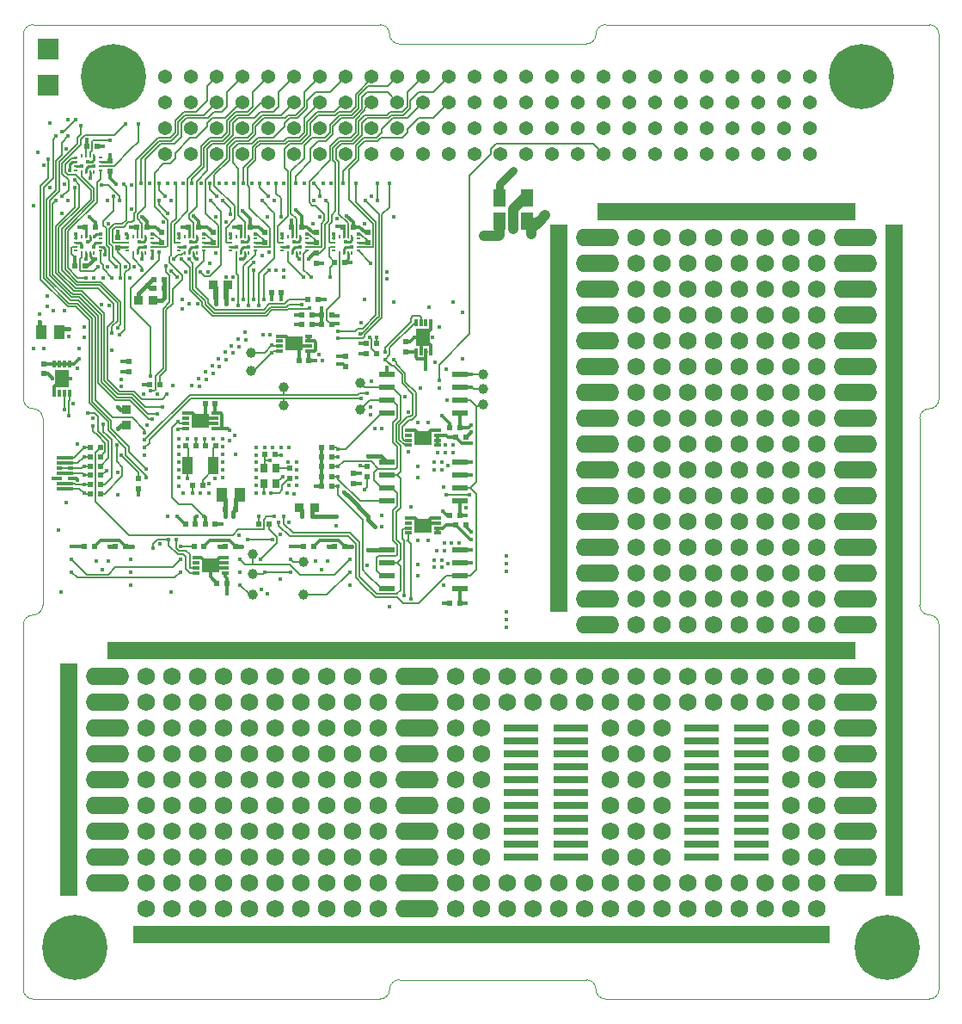
<source format=gbr>
G04 #@! TF.GenerationSoftware,KiCad,Pcbnew,(5.1.6)-1*
G04 #@! TF.CreationDate,2020-08-05T20:31:42+02:00*
G04 #@! TF.ProjectId,board_sierra,626f6172-645f-4736-9965-7272612e6b69,rev?*
G04 #@! TF.SameCoordinates,Original*
G04 #@! TF.FileFunction,Copper,L6,Bot*
G04 #@! TF.FilePolarity,Positive*
%FSLAX46Y46*%
G04 Gerber Fmt 4.6, Leading zero omitted, Abs format (unit mm)*
G04 Created by KiCad (PCBNEW (5.1.6)-1) date 2020-08-05 20:31:42*
%MOMM*%
%LPD*%
G01*
G04 APERTURE LIST*
G04 #@! TA.AperFunction,Profile*
%ADD10C,0.100000*%
G04 #@! TD*
G04 #@! TA.AperFunction,SMDPad,CuDef*
%ADD11R,3.500000X0.650000*%
G04 #@! TD*
G04 #@! TA.AperFunction,ComponentPad*
%ADD12R,2.540000X1.750000*%
G04 #@! TD*
G04 #@! TA.AperFunction,ComponentPad*
%ADD13R,1.750000X2.540000*%
G04 #@! TD*
G04 #@! TA.AperFunction,ComponentPad*
%ADD14C,1.500000*%
G04 #@! TD*
G04 #@! TA.AperFunction,ComponentPad*
%ADD15O,4.290000X1.750000*%
G04 #@! TD*
G04 #@! TA.AperFunction,ComponentPad*
%ADD16C,1.750000*%
G04 #@! TD*
G04 #@! TA.AperFunction,SMDPad,CuDef*
%ADD17R,1.100000X1.400000*%
G04 #@! TD*
G04 #@! TA.AperFunction,SMDPad,CuDef*
%ADD18R,0.950000X0.950000*%
G04 #@! TD*
G04 #@! TA.AperFunction,ViaPad*
%ADD19C,0.450000*%
G04 #@! TD*
G04 #@! TA.AperFunction,SMDPad,CuDef*
%ADD20R,1.250000X1.750000*%
G04 #@! TD*
G04 #@! TA.AperFunction,ComponentPad*
%ADD21C,6.400000*%
G04 #@! TD*
G04 #@! TA.AperFunction,ComponentPad*
%ADD22C,0.800000*%
G04 #@! TD*
G04 #@! TA.AperFunction,SMDPad,CuDef*
%ADD23C,1.000000*%
G04 #@! TD*
G04 #@! TA.AperFunction,ComponentPad*
%ADD24R,2.000000X2.000000*%
G04 #@! TD*
G04 #@! TA.AperFunction,SMDPad,CuDef*
%ADD25R,0.500000X0.600000*%
G04 #@! TD*
G04 #@! TA.AperFunction,SMDPad,CuDef*
%ADD26R,1.600000X0.600000*%
G04 #@! TD*
G04 #@! TA.AperFunction,SMDPad,CuDef*
%ADD27R,0.600000X0.500000*%
G04 #@! TD*
G04 #@! TA.AperFunction,SMDPad,CuDef*
%ADD28R,0.463000X0.225000*%
G04 #@! TD*
G04 #@! TA.AperFunction,SMDPad,CuDef*
%ADD29R,0.225000X0.463000*%
G04 #@! TD*
G04 #@! TA.AperFunction,ComponentPad*
%ADD30C,1.365000*%
G04 #@! TD*
G04 #@! TA.AperFunction,SMDPad,CuDef*
%ADD31R,0.500000X0.300000*%
G04 #@! TD*
G04 #@! TA.AperFunction,SMDPad,CuDef*
%ADD32R,0.800000X0.900000*%
G04 #@! TD*
G04 #@! TA.AperFunction,SMDPad,CuDef*
%ADD33R,1.000000X1.800000*%
G04 #@! TD*
G04 #@! TA.AperFunction,SMDPad,CuDef*
%ADD34R,1.450000X1.750000*%
G04 #@! TD*
G04 #@! TA.AperFunction,SMDPad,CuDef*
%ADD35R,0.300000X0.750000*%
G04 #@! TD*
G04 #@! TA.AperFunction,SMDPad,CuDef*
%ADD36R,1.750000X1.450000*%
G04 #@! TD*
G04 #@! TA.AperFunction,SMDPad,CuDef*
%ADD37R,0.750000X0.300000*%
G04 #@! TD*
G04 #@! TA.AperFunction,Conductor*
%ADD38C,0.300000*%
G04 #@! TD*
G04 #@! TA.AperFunction,Conductor*
%ADD39C,0.200000*%
G04 #@! TD*
G04 #@! TA.AperFunction,Conductor*
%ADD40C,0.450000*%
G04 #@! TD*
G04 #@! TA.AperFunction,Conductor*
%ADD41C,0.225000*%
G04 #@! TD*
G04 #@! TA.AperFunction,Conductor*
%ADD42C,0.500000*%
G04 #@! TD*
G04 #@! TA.AperFunction,Conductor*
%ADD43C,0.173000*%
G04 #@! TD*
G04 #@! TA.AperFunction,Conductor*
%ADD44C,1.000000*%
G04 #@! TD*
G04 #@! TA.AperFunction,Conductor*
%ADD45C,0.770000*%
G04 #@! TD*
G04 #@! TA.AperFunction,Conductor*
%ADD46C,0.190000*%
G04 #@! TD*
G04 #@! TA.AperFunction,Conductor*
%ADD47C,0.170000*%
G04 #@! TD*
G04 APERTURE END LIST*
D10*
X137985500Y-43180000D02*
G75*
G03*
X138938000Y-42227500I0J952500D01*
G01*
X119570500Y-43180000D02*
X137985500Y-43180000D01*
X139890500Y-41275000D02*
X171767500Y-41275000D01*
X118618000Y-42227500D02*
G75*
G03*
X117665500Y-41275000I-952500J0D01*
G01*
X118618000Y-42227500D02*
G75*
G03*
X119570500Y-43180000I952500J0D01*
G01*
X83502500Y-41275000D02*
X117665500Y-41275000D01*
X139890500Y-41275000D02*
G75*
G03*
X138938000Y-42227500I0J-952500D01*
G01*
X139890500Y-137160000D02*
X171767500Y-137160000D01*
X119570500Y-135255000D02*
X137985500Y-135255000D01*
X83502500Y-137160000D02*
X117665500Y-137160000D01*
X139890500Y-137160000D02*
G75*
G02*
X138938000Y-136207500I0J952500D01*
G01*
X137985500Y-135255000D02*
G75*
G02*
X138938000Y-136207500I0J-952500D01*
G01*
X118618000Y-136207500D02*
G75*
G02*
X119570500Y-135255000I952500J0D01*
G01*
X118618000Y-136207500D02*
G75*
G02*
X117665500Y-137160000I-952500J0D01*
G01*
X171767500Y-79070200D02*
G75*
G03*
X170815000Y-80022700I0J-952500D01*
G01*
X172720000Y-42227500D02*
X172720000Y-78117700D01*
X170815000Y-80022700D02*
X170815000Y-98412300D01*
X172720000Y-100317300D02*
X172720000Y-136207500D01*
X170815000Y-98412300D02*
G75*
G03*
X171767500Y-99364800I952500J0D01*
G01*
X172720000Y-100317300D02*
G75*
G03*
X171767500Y-99364800I-952500J0D01*
G01*
X171767500Y-79070200D02*
G75*
G03*
X172720000Y-78117700I0J952500D01*
G01*
X172720000Y-136207500D02*
G75*
G02*
X171767500Y-137160000I-952500J0D01*
G01*
X171767500Y-41275000D02*
G75*
G02*
X172720000Y-42227500I0J-952500D01*
G01*
X82550000Y-100317300D02*
X82550000Y-136207500D01*
X82550000Y-42227500D02*
X82550000Y-78117700D01*
X82550000Y-42227500D02*
G75*
G02*
X83502500Y-41275000I952500J0D01*
G01*
X84455000Y-80022700D02*
X84455000Y-98412300D01*
X83502500Y-79070200D02*
G75*
G02*
X82550000Y-78117700I0J952500D01*
G01*
X83502500Y-79070200D02*
G75*
G02*
X84455000Y-80022700I0J-952500D01*
G01*
X84455000Y-98412300D02*
G75*
G02*
X83502500Y-99364800I-952500J0D01*
G01*
X82550000Y-100317300D02*
G75*
G02*
X83502500Y-99364800I952500J0D01*
G01*
X83502500Y-137160000D02*
G75*
G02*
X82550000Y-136207500I0J952500D01*
G01*
D11*
X136460000Y-118110000D03*
X136460000Y-116840000D03*
X131510000Y-114300000D03*
X131510000Y-119380000D03*
X136460000Y-121920000D03*
X136460000Y-123190000D03*
X136460000Y-114300000D03*
X136460000Y-119380000D03*
X131510000Y-118110000D03*
X136460000Y-120650000D03*
X131510000Y-123190000D03*
X136460000Y-115570000D03*
X131510000Y-116840000D03*
X136460000Y-110490000D03*
X131510000Y-121920000D03*
X131510000Y-113030000D03*
X136460000Y-111760000D03*
X131510000Y-120650000D03*
X131510000Y-115570000D03*
X136460000Y-113030000D03*
X131510000Y-111760000D03*
X131510000Y-110490000D03*
X149290000Y-119380000D03*
X154240000Y-123190000D03*
X149290000Y-114300000D03*
X154240000Y-118110000D03*
X154240000Y-121920000D03*
X154240000Y-116840000D03*
X154240000Y-119380000D03*
X154240000Y-114300000D03*
X154240000Y-120650000D03*
X149290000Y-123190000D03*
X154240000Y-115570000D03*
X149290000Y-116840000D03*
X154240000Y-110490000D03*
X149290000Y-113030000D03*
X149290000Y-115570000D03*
X154240000Y-113030000D03*
X149290000Y-111760000D03*
X149290000Y-121920000D03*
X154240000Y-111760000D03*
X149290000Y-110490000D03*
X149290000Y-120650000D03*
X149290000Y-118110000D03*
D12*
X163195000Y-59690000D03*
X140335000Y-59690000D03*
X158115000Y-59690000D03*
X160655000Y-59690000D03*
X145415000Y-59690000D03*
X147955000Y-59690000D03*
X150495000Y-59690000D03*
X153035000Y-59690000D03*
X155575000Y-59690000D03*
X142875000Y-59690000D03*
D13*
X168275000Y-64770000D03*
X135255000Y-64770000D03*
D14*
X140335000Y-64770000D03*
X137795000Y-64770000D03*
D15*
X139065000Y-64770000D03*
D16*
X150495000Y-64770000D03*
X142875000Y-64770000D03*
D14*
X163195000Y-64770000D03*
D16*
X155575000Y-64770000D03*
X160655000Y-64770000D03*
X147955000Y-64770000D03*
D14*
X165735000Y-64770000D03*
D16*
X153035000Y-64770000D03*
X145415000Y-64770000D03*
D15*
X164465000Y-64770000D03*
D16*
X158115000Y-64770000D03*
X137795000Y-128270000D03*
X137795000Y-107950000D03*
X137795000Y-105410000D03*
X137795000Y-125730000D03*
D14*
X120015000Y-125730000D03*
D15*
X121285000Y-125730000D03*
D14*
X122555000Y-125730000D03*
D16*
X150495000Y-128270000D03*
X145415000Y-128270000D03*
X160655000Y-128270000D03*
X94615000Y-128270000D03*
X155575000Y-128270000D03*
X147955000Y-128270000D03*
X158115000Y-128270000D03*
X135255000Y-128270000D03*
X140335000Y-128270000D03*
X142875000Y-128270000D03*
X153035000Y-128270000D03*
X132715000Y-128270000D03*
X107315000Y-128270000D03*
X104775000Y-128270000D03*
X112395000Y-128270000D03*
X127635000Y-128270000D03*
X97155000Y-128270000D03*
X130175000Y-128270000D03*
X117475000Y-128270000D03*
X102235000Y-128270000D03*
X109855000Y-128270000D03*
X99695000Y-128270000D03*
X125095000Y-128270000D03*
X114935000Y-128270000D03*
D12*
X92075000Y-102870000D03*
X163195000Y-102870000D03*
X158115000Y-102870000D03*
X160655000Y-102870000D03*
X142875000Y-102870000D03*
X155575000Y-102870000D03*
X135255000Y-102870000D03*
X132715000Y-102870000D03*
X137795000Y-102870000D03*
X145415000Y-102870000D03*
X150495000Y-102870000D03*
X153035000Y-102870000D03*
X147955000Y-102870000D03*
X140335000Y-102870000D03*
D14*
X122555000Y-118110000D03*
D15*
X121285000Y-118110000D03*
D14*
X120015000Y-118110000D03*
D15*
X121285000Y-107950000D03*
D14*
X122555000Y-107950000D03*
X122555000Y-105410000D03*
X120015000Y-107950000D03*
X122555000Y-115570000D03*
X122555000Y-113030000D03*
X120015000Y-120650000D03*
D15*
X121285000Y-123190000D03*
D14*
X122555000Y-120650000D03*
X120015000Y-113030000D03*
X120015000Y-123190000D03*
D15*
X121285000Y-115570000D03*
D14*
X120015000Y-115570000D03*
D15*
X121285000Y-105410000D03*
D14*
X120015000Y-110490000D03*
D15*
X121285000Y-120650000D03*
X121285000Y-113030000D03*
D14*
X122555000Y-110490000D03*
D15*
X121285000Y-110490000D03*
D14*
X120015000Y-105410000D03*
X122555000Y-123190000D03*
D15*
X121285000Y-128270000D03*
D14*
X120015000Y-128270000D03*
X122555000Y-128270000D03*
D13*
X86995000Y-107950000D03*
D15*
X90805000Y-107950000D03*
X90805000Y-105410000D03*
D14*
X92075000Y-105410000D03*
X89535000Y-105410000D03*
X89535000Y-107950000D03*
X92075000Y-107950000D03*
D16*
X117475000Y-107950000D03*
X132715000Y-105410000D03*
X135255000Y-107950000D03*
X125095000Y-105410000D03*
X117475000Y-105410000D03*
X125095000Y-107950000D03*
X132715000Y-107950000D03*
X135255000Y-105410000D03*
X102235000Y-105410000D03*
X97155000Y-107950000D03*
X104775000Y-107950000D03*
X102235000Y-107950000D03*
X130175000Y-107950000D03*
X127635000Y-107950000D03*
X104775000Y-105410000D03*
X94615000Y-105410000D03*
X94615000Y-107950000D03*
X97155000Y-105410000D03*
X127635000Y-105410000D03*
X99695000Y-107950000D03*
X130175000Y-105410000D03*
X99695000Y-105410000D03*
X114935000Y-105410000D03*
X112395000Y-107950000D03*
X107315000Y-107950000D03*
X114935000Y-107950000D03*
X109855000Y-107950000D03*
X112395000Y-105410000D03*
X109855000Y-105410000D03*
X107315000Y-105410000D03*
D13*
X86995000Y-105410000D03*
D14*
X140335000Y-95250000D03*
D15*
X139065000Y-95250000D03*
D14*
X137795000Y-95250000D03*
D15*
X139065000Y-97790000D03*
D14*
X140335000Y-97790000D03*
X137795000Y-97790000D03*
X137795000Y-100330000D03*
X140335000Y-100330000D03*
D15*
X139065000Y-100330000D03*
D14*
X137795000Y-87630000D03*
X140335000Y-87630000D03*
D15*
X139065000Y-85090000D03*
D14*
X140335000Y-85090000D03*
X137795000Y-85090000D03*
D15*
X139065000Y-90170000D03*
X139065000Y-87630000D03*
X139065000Y-92710000D03*
D14*
X137795000Y-92710000D03*
X140335000Y-90170000D03*
X140335000Y-92710000D03*
X137795000Y-90170000D03*
D13*
X135255000Y-97790000D03*
X135255000Y-95250000D03*
X135255000Y-72390000D03*
X135255000Y-90170000D03*
X135255000Y-82550000D03*
X135255000Y-69850000D03*
X135255000Y-77470000D03*
X135255000Y-74930000D03*
X135255000Y-62230000D03*
X135255000Y-67310000D03*
X135255000Y-87630000D03*
X135255000Y-85090000D03*
X135255000Y-92710000D03*
X135255000Y-80010000D03*
D14*
X140335000Y-74930000D03*
X137795000Y-74930000D03*
X137795000Y-82550000D03*
X140335000Y-82550000D03*
D15*
X139065000Y-80010000D03*
D14*
X140335000Y-77470000D03*
X137795000Y-77470000D03*
D15*
X139065000Y-77470000D03*
X139065000Y-82550000D03*
D14*
X140335000Y-80010000D03*
X137795000Y-80010000D03*
D15*
X139065000Y-74930000D03*
D14*
X137795000Y-69850000D03*
D15*
X139065000Y-67310000D03*
D14*
X140335000Y-72390000D03*
D15*
X139065000Y-69850000D03*
D14*
X137795000Y-67310000D03*
D15*
X139065000Y-72390000D03*
X139065000Y-62230000D03*
D14*
X140335000Y-69850000D03*
X137795000Y-72390000D03*
X140335000Y-62230000D03*
X140335000Y-67310000D03*
X137795000Y-62230000D03*
D12*
X158115000Y-130810000D03*
X160655000Y-130810000D03*
X94615000Y-130810000D03*
D13*
X86995000Y-123190000D03*
X86995000Y-118110000D03*
X86995000Y-115570000D03*
X86995000Y-125730000D03*
X86995000Y-110490000D03*
X86995000Y-120650000D03*
X86995000Y-113030000D03*
D15*
X90805000Y-123190000D03*
D14*
X89535000Y-125730000D03*
X92075000Y-123190000D03*
X89535000Y-123190000D03*
X92075000Y-125730000D03*
D15*
X90805000Y-125730000D03*
X90805000Y-113030000D03*
D14*
X89535000Y-120650000D03*
X89535000Y-113030000D03*
D15*
X90805000Y-120650000D03*
D14*
X89535000Y-115570000D03*
D15*
X90805000Y-118110000D03*
D14*
X89535000Y-118110000D03*
X92075000Y-113030000D03*
X92075000Y-115570000D03*
D15*
X90805000Y-115570000D03*
D14*
X92075000Y-120650000D03*
X92075000Y-118110000D03*
X89535000Y-110490000D03*
D15*
X90805000Y-110490000D03*
D14*
X92075000Y-110490000D03*
D15*
X164465000Y-125730000D03*
D14*
X163195000Y-123190000D03*
X163195000Y-125730000D03*
D15*
X164465000Y-123190000D03*
D14*
X165735000Y-125730000D03*
X165735000Y-123190000D03*
X163195000Y-120650000D03*
X163195000Y-115570000D03*
D15*
X164465000Y-118110000D03*
X164465000Y-120650000D03*
D14*
X163195000Y-118110000D03*
X165735000Y-115570000D03*
X163195000Y-113030000D03*
D15*
X164465000Y-115570000D03*
D14*
X165735000Y-120650000D03*
X165735000Y-118110000D03*
X165735000Y-113030000D03*
D15*
X164465000Y-113030000D03*
X164465000Y-107950000D03*
X164465000Y-110490000D03*
D14*
X165735000Y-105410000D03*
D15*
X164465000Y-105410000D03*
D14*
X165735000Y-107950000D03*
X163195000Y-110490000D03*
X163195000Y-107950000D03*
X165735000Y-110490000D03*
X163195000Y-105410000D03*
X165735000Y-95250000D03*
D15*
X164465000Y-97790000D03*
D14*
X163195000Y-92710000D03*
D15*
X164465000Y-95250000D03*
D14*
X165735000Y-97790000D03*
D15*
X164465000Y-92710000D03*
X164465000Y-100330000D03*
D14*
X163195000Y-95250000D03*
X165735000Y-92710000D03*
X163195000Y-100330000D03*
X163195000Y-97790000D03*
X165735000Y-100330000D03*
X163195000Y-90170000D03*
X165735000Y-90170000D03*
X165735000Y-82550000D03*
X163195000Y-82550000D03*
D15*
X164465000Y-85090000D03*
D14*
X163195000Y-87630000D03*
X165735000Y-87630000D03*
D15*
X164465000Y-87630000D03*
X164465000Y-82550000D03*
D14*
X163195000Y-85090000D03*
X165735000Y-85090000D03*
D15*
X164465000Y-90170000D03*
D14*
X165735000Y-77470000D03*
X163195000Y-77470000D03*
D15*
X164465000Y-80010000D03*
D14*
X163195000Y-80010000D03*
X165735000Y-80010000D03*
D15*
X164465000Y-74930000D03*
X164465000Y-77470000D03*
X164465000Y-72390000D03*
D14*
X165735000Y-72390000D03*
X163195000Y-74930000D03*
X163195000Y-72390000D03*
X165735000Y-74930000D03*
D15*
X164465000Y-69850000D03*
D14*
X163195000Y-69850000D03*
X165735000Y-69850000D03*
X165735000Y-67310000D03*
X163195000Y-67310000D03*
D15*
X164465000Y-67310000D03*
D14*
X163195000Y-62230000D03*
X165735000Y-62230000D03*
D15*
X164465000Y-62230000D03*
D16*
X155575000Y-62230000D03*
X147955000Y-62230000D03*
X145415000Y-62230000D03*
X145415000Y-67310000D03*
X158115000Y-67310000D03*
X147955000Y-67310000D03*
X155575000Y-67310000D03*
X142875000Y-62230000D03*
X158115000Y-62230000D03*
X160655000Y-67310000D03*
X142875000Y-67310000D03*
X153035000Y-67310000D03*
X153035000Y-62230000D03*
X150495000Y-67310000D03*
X150495000Y-62230000D03*
X160655000Y-62230000D03*
X145415000Y-80010000D03*
X160655000Y-85090000D03*
X145415000Y-72390000D03*
X142875000Y-69850000D03*
X142875000Y-77470000D03*
X142875000Y-74930000D03*
X155575000Y-85090000D03*
X142875000Y-82550000D03*
X145415000Y-74930000D03*
X147955000Y-74930000D03*
X142875000Y-72390000D03*
X158115000Y-80010000D03*
X147955000Y-85090000D03*
X145415000Y-87630000D03*
X147955000Y-69850000D03*
X147955000Y-77470000D03*
X145415000Y-69850000D03*
X147955000Y-72390000D03*
X145415000Y-77470000D03*
X145415000Y-85090000D03*
X147955000Y-87630000D03*
X155575000Y-87630000D03*
X142875000Y-85090000D03*
X142875000Y-80010000D03*
X155575000Y-82550000D03*
X147955000Y-80010000D03*
X150495000Y-87630000D03*
X150495000Y-74930000D03*
X160655000Y-72390000D03*
X155575000Y-77470000D03*
X160655000Y-74930000D03*
X153035000Y-74930000D03*
X160655000Y-87630000D03*
X155575000Y-74930000D03*
X158115000Y-82550000D03*
X147955000Y-82550000D03*
X150495000Y-82550000D03*
X153035000Y-80010000D03*
X160655000Y-77470000D03*
X155575000Y-72390000D03*
X150495000Y-72390000D03*
X153035000Y-77470000D03*
X150495000Y-80010000D03*
X160655000Y-82550000D03*
X158115000Y-77470000D03*
X153035000Y-72390000D03*
X158115000Y-74930000D03*
X153035000Y-69850000D03*
X142875000Y-87630000D03*
X158115000Y-72390000D03*
X145415000Y-82550000D03*
X153035000Y-82550000D03*
X150495000Y-77470000D03*
X158115000Y-87630000D03*
X158115000Y-85090000D03*
X153035000Y-85090000D03*
X160655000Y-80010000D03*
X153035000Y-87630000D03*
X155575000Y-80010000D03*
X160655000Y-69850000D03*
X150495000Y-85090000D03*
X155575000Y-69850000D03*
X150495000Y-69850000D03*
X158115000Y-69850000D03*
X145415000Y-92710000D03*
X147955000Y-92710000D03*
X142875000Y-95250000D03*
X147955000Y-95250000D03*
X147955000Y-90170000D03*
X147955000Y-97790000D03*
X142875000Y-90170000D03*
X142875000Y-97790000D03*
X145415000Y-90170000D03*
X142875000Y-92710000D03*
X145415000Y-97790000D03*
X145415000Y-95250000D03*
X158115000Y-100330000D03*
X147955000Y-105410000D03*
X145415000Y-100330000D03*
X155575000Y-107950000D03*
X155575000Y-105410000D03*
X142875000Y-105410000D03*
X142875000Y-100330000D03*
X145415000Y-107950000D03*
X160655000Y-105410000D03*
X145415000Y-105410000D03*
X140335000Y-105410000D03*
X140335000Y-107950000D03*
X147955000Y-107950000D03*
X155575000Y-100330000D03*
X150495000Y-105410000D03*
X147955000Y-100330000D03*
X142875000Y-107950000D03*
X153035000Y-100330000D03*
X160655000Y-107950000D03*
X150495000Y-100330000D03*
X153035000Y-107950000D03*
X150495000Y-107950000D03*
X158115000Y-105410000D03*
X158115000Y-107950000D03*
X153035000Y-105410000D03*
X160655000Y-90170000D03*
X160655000Y-100330000D03*
X160655000Y-95250000D03*
X160655000Y-97790000D03*
X158115000Y-97790000D03*
X153035000Y-92710000D03*
X150495000Y-92710000D03*
X158115000Y-92710000D03*
X160655000Y-92710000D03*
X158115000Y-95250000D03*
X155575000Y-92710000D03*
X153035000Y-90170000D03*
X153035000Y-97790000D03*
X155575000Y-97790000D03*
X155575000Y-95250000D03*
X150495000Y-97790000D03*
X150495000Y-95250000D03*
X153035000Y-95250000D03*
X155575000Y-90170000D03*
X150495000Y-90170000D03*
X158115000Y-90170000D03*
X112395000Y-113030000D03*
X114935000Y-113030000D03*
X109855000Y-115570000D03*
X107315000Y-115570000D03*
X114935000Y-115570000D03*
X107315000Y-113030000D03*
X114935000Y-110490000D03*
X114935000Y-118110000D03*
X109855000Y-110490000D03*
X107315000Y-118110000D03*
X109855000Y-118110000D03*
X112395000Y-110490000D03*
X109855000Y-113030000D03*
X107315000Y-110490000D03*
X112395000Y-118110000D03*
X112395000Y-115570000D03*
X145415000Y-118110000D03*
X145415000Y-110490000D03*
X140335000Y-113030000D03*
X145415000Y-115570000D03*
X145415000Y-113030000D03*
X140335000Y-118110000D03*
X140335000Y-110490000D03*
X142875000Y-110490000D03*
X140335000Y-115570000D03*
X142875000Y-113030000D03*
X142875000Y-118110000D03*
X142875000Y-115570000D03*
X160655000Y-125730000D03*
X158115000Y-125730000D03*
X94615000Y-125730000D03*
X145415000Y-120650000D03*
X135255000Y-125730000D03*
X140335000Y-123190000D03*
X142875000Y-125730000D03*
X145415000Y-123190000D03*
X145415000Y-125730000D03*
X142875000Y-120650000D03*
X155575000Y-125730000D03*
X132715000Y-125730000D03*
X153035000Y-125730000D03*
X142875000Y-123190000D03*
X140335000Y-120650000D03*
X140335000Y-125730000D03*
X147955000Y-125730000D03*
X150495000Y-125730000D03*
X97155000Y-123190000D03*
X109855000Y-123190000D03*
X114935000Y-125730000D03*
X114935000Y-120650000D03*
X99695000Y-125730000D03*
X127635000Y-120650000D03*
X114935000Y-123190000D03*
X112395000Y-125730000D03*
X125095000Y-123190000D03*
X127635000Y-123190000D03*
X97155000Y-125730000D03*
X127635000Y-125730000D03*
X107315000Y-125730000D03*
X125095000Y-120650000D03*
X99695000Y-120650000D03*
X117475000Y-125730000D03*
X107315000Y-120650000D03*
X109855000Y-120650000D03*
X117475000Y-123190000D03*
X112395000Y-120650000D03*
X125095000Y-125730000D03*
X130175000Y-125730000D03*
X102235000Y-123190000D03*
X109855000Y-125730000D03*
X107315000Y-123190000D03*
X104775000Y-125730000D03*
X117475000Y-120650000D03*
X104775000Y-120650000D03*
X102235000Y-125730000D03*
X112395000Y-123190000D03*
X99695000Y-123190000D03*
X97155000Y-120650000D03*
X102235000Y-120650000D03*
X104775000Y-123190000D03*
X158115000Y-115570000D03*
X158115000Y-123190000D03*
X94615000Y-120650000D03*
X94615000Y-123190000D03*
X158115000Y-118110000D03*
X160655000Y-113030000D03*
X160655000Y-118110000D03*
X160655000Y-123190000D03*
X158115000Y-120650000D03*
X158115000Y-110490000D03*
X160655000Y-110490000D03*
X160655000Y-115570000D03*
X158115000Y-113030000D03*
X160655000Y-120650000D03*
X125095000Y-118110000D03*
X117475000Y-118110000D03*
X117475000Y-115570000D03*
X125095000Y-115570000D03*
X117475000Y-110490000D03*
X125095000Y-110490000D03*
X125095000Y-113030000D03*
X117475000Y-113030000D03*
X127635000Y-110490000D03*
X127635000Y-115570000D03*
X127635000Y-118110000D03*
X127635000Y-113030000D03*
X99695000Y-118110000D03*
X97155000Y-118110000D03*
X97155000Y-115570000D03*
X99695000Y-115570000D03*
X97155000Y-110490000D03*
X99695000Y-110490000D03*
X99695000Y-113030000D03*
X97155000Y-113030000D03*
X104775000Y-110490000D03*
X104775000Y-118110000D03*
X102235000Y-110490000D03*
X104775000Y-115570000D03*
X102235000Y-115570000D03*
X104775000Y-113030000D03*
X102235000Y-118110000D03*
X102235000Y-113030000D03*
X94615000Y-118110000D03*
X94615000Y-115570000D03*
X94615000Y-110490000D03*
X94615000Y-113030000D03*
D12*
X94615000Y-102870000D03*
X97155000Y-102870000D03*
X99695000Y-102870000D03*
X102235000Y-102870000D03*
X97155000Y-130810000D03*
X99695000Y-130810000D03*
X107315000Y-102870000D03*
X112395000Y-102870000D03*
X114935000Y-102870000D03*
X104775000Y-102870000D03*
X109855000Y-102870000D03*
D13*
X168275000Y-62230000D03*
X168275000Y-67310000D03*
X168275000Y-69850000D03*
X168275000Y-72390000D03*
D12*
X120015000Y-102870000D03*
D13*
X168275000Y-74930000D03*
D12*
X117475000Y-102870000D03*
D13*
X168275000Y-82550000D03*
D12*
X127635000Y-102870000D03*
D13*
X168275000Y-80010000D03*
D12*
X125095000Y-102870000D03*
D13*
X168275000Y-85090000D03*
X168275000Y-77470000D03*
D12*
X122555000Y-102870000D03*
D13*
X168275000Y-95250000D03*
X168275000Y-87630000D03*
D12*
X130175000Y-102870000D03*
D13*
X168275000Y-97790000D03*
X168275000Y-92710000D03*
X168275000Y-90170000D03*
X168275000Y-102870000D03*
X168275000Y-100330000D03*
X168275000Y-110490000D03*
X168275000Y-107950000D03*
X168275000Y-105410000D03*
X168275000Y-115570000D03*
X168275000Y-113030000D03*
X168275000Y-123190000D03*
X168275000Y-118110000D03*
X168275000Y-120650000D03*
X168275000Y-125730000D03*
D12*
X107315000Y-130810000D03*
X102235000Y-130810000D03*
X104775000Y-130810000D03*
X114935000Y-130810000D03*
X109855000Y-130810000D03*
X112395000Y-130810000D03*
X122555000Y-130810000D03*
X117475000Y-130810000D03*
X120015000Y-130810000D03*
X130175000Y-130810000D03*
X125095000Y-130810000D03*
X127635000Y-130810000D03*
X137795000Y-130810000D03*
X135255000Y-130810000D03*
X132715000Y-130810000D03*
X153035000Y-130810000D03*
X147955000Y-130810000D03*
X140335000Y-130810000D03*
X145415000Y-130810000D03*
X142875000Y-130810000D03*
X150495000Y-130810000D03*
X155575000Y-130810000D03*
D17*
X84325000Y-71580000D03*
X86075000Y-71580000D03*
D18*
X93845000Y-68430000D03*
X95295000Y-68430000D03*
X109745000Y-88840000D03*
X111195000Y-88840000D03*
D17*
X102085000Y-87570000D03*
X103835000Y-87570000D03*
D18*
X102695000Y-66920000D03*
X101245000Y-66920000D03*
X92650000Y-79195000D03*
X92650000Y-80645000D03*
D19*
X121420000Y-92050000D03*
X122420000Y-92050000D03*
X122420000Y-90050000D03*
X121420000Y-90050000D03*
X121420000Y-91050000D03*
X122420000Y-91050000D03*
D20*
X129425000Y-60610000D03*
X132175000Y-60610000D03*
X129425000Y-58360000D03*
X132175000Y-58360000D03*
D21*
X91440000Y-46355000D03*
D22*
X93840000Y-46355000D03*
X93137056Y-48052056D03*
X91440000Y-48755000D03*
X89742944Y-48052056D03*
X89040000Y-46355000D03*
X89742944Y-44657944D03*
X91440000Y-43955000D03*
X93137056Y-44657944D03*
D21*
X167640000Y-132080000D03*
D22*
X170040000Y-132080000D03*
X169337056Y-133777056D03*
X167640000Y-134480000D03*
X165942944Y-133777056D03*
X165240000Y-132080000D03*
X165942944Y-130382944D03*
X167640000Y-129680000D03*
X169337056Y-130382944D03*
D21*
X87630000Y-132080000D03*
D22*
X90030000Y-132080000D03*
X89327056Y-133777056D03*
X87630000Y-134480000D03*
X85932944Y-133777056D03*
X85230000Y-132080000D03*
X85932944Y-130382944D03*
X87630000Y-129680000D03*
X89327056Y-130382944D03*
D21*
X165100000Y-46355000D03*
D22*
X167500000Y-46355000D03*
X166797056Y-48052056D03*
X165100000Y-48755000D03*
X163402944Y-48052056D03*
X162700000Y-46355000D03*
X163402944Y-44657944D03*
X165100000Y-43955000D03*
X166797056Y-44657944D03*
D23*
X108150000Y-78760000D03*
X108150000Y-76960000D03*
X127800000Y-78610000D03*
X115750000Y-76560000D03*
X115750000Y-79160000D03*
X127800000Y-75690000D03*
X127800000Y-77150000D03*
X105150000Y-93360000D03*
X105150000Y-95360000D03*
X110150000Y-94160000D03*
X105150000Y-97360000D03*
X110150000Y-97360000D03*
X104950000Y-75360000D03*
X104950000Y-73560000D03*
D24*
X85000000Y-47220000D03*
X85000000Y-43720000D03*
D25*
X117350000Y-72670000D03*
X116350000Y-72670000D03*
X117350000Y-73660000D03*
X116350000Y-73660000D03*
D26*
X118320000Y-75692000D03*
X118320000Y-78232000D03*
X125520000Y-79502000D03*
X125520000Y-78232000D03*
X118320000Y-79502000D03*
X125520000Y-75692000D03*
X125520000Y-76962000D03*
X118320000Y-76962000D03*
D25*
X102460000Y-88970000D03*
X103460000Y-88970000D03*
X90120000Y-83810000D03*
X89120000Y-83810000D03*
X102470000Y-68100000D03*
X101470000Y-68100000D03*
X111580000Y-68360000D03*
X110580000Y-68360000D03*
D27*
X116410000Y-84750000D03*
X116410000Y-85750000D03*
D25*
X106720000Y-90410000D03*
X105720000Y-90410000D03*
X96010000Y-76670000D03*
X95010000Y-76670000D03*
D27*
X93860000Y-86920000D03*
X93860000Y-85920000D03*
D25*
X95430000Y-66350000D03*
X96430000Y-66350000D03*
X95430000Y-67250000D03*
X96430000Y-67250000D03*
D27*
X92920000Y-74420000D03*
X92920000Y-75420000D03*
X111370000Y-63762000D03*
X111370000Y-64762000D03*
D25*
X114200000Y-64680000D03*
X113200000Y-64680000D03*
D27*
X91830000Y-62230000D03*
X91830000Y-63230000D03*
X91050000Y-55690000D03*
X91050000Y-54690000D03*
X101210000Y-61730000D03*
X101210000Y-62730000D03*
D25*
X99760000Y-61180000D03*
X98760000Y-61180000D03*
D28*
X100278500Y-63530000D03*
X100278500Y-63130000D03*
X100278500Y-62730000D03*
X100278500Y-62330000D03*
D29*
X99660000Y-62111500D03*
X99260000Y-62111500D03*
X98860000Y-62111500D03*
X98460000Y-62111500D03*
D28*
X97841500Y-62330000D03*
X97841500Y-62730000D03*
X97841500Y-63130000D03*
X97841500Y-63530000D03*
D29*
X98460000Y-63748500D03*
X98860000Y-63748500D03*
X99260000Y-63748500D03*
X99660000Y-63748500D03*
D30*
X160020000Y-46355000D03*
X160020000Y-48895000D03*
X157480000Y-46355000D03*
X157480000Y-48895000D03*
X154940000Y-46355000D03*
X154940000Y-48895000D03*
X152400000Y-46355000D03*
X152400000Y-48895000D03*
X149860000Y-46355000D03*
X149860000Y-48895000D03*
X147320000Y-46355000D03*
X147320000Y-48895000D03*
X144780000Y-46355000D03*
X144780000Y-48895000D03*
X142240000Y-46355000D03*
X142240000Y-48895000D03*
X139700000Y-46355000D03*
X139700000Y-48895000D03*
X137160000Y-46355000D03*
X137160000Y-48895000D03*
X134620000Y-46355000D03*
X134620000Y-48895000D03*
X132080000Y-46355000D03*
X132080000Y-48895000D03*
X129540000Y-46355000D03*
X129540000Y-48895000D03*
X127000000Y-46355000D03*
X127000000Y-48895000D03*
X124460000Y-46355000D03*
X124460000Y-48895000D03*
X121920000Y-46355000D03*
X121920000Y-48895000D03*
X119380000Y-46355000D03*
X119380000Y-48895000D03*
X116840000Y-46355000D03*
X116840000Y-48895000D03*
X114300000Y-46355000D03*
X114300000Y-48895000D03*
X111760000Y-46355000D03*
X111760000Y-48895000D03*
X109220000Y-46355000D03*
X109220000Y-48895000D03*
X106680000Y-46355000D03*
X106680000Y-48895000D03*
X104140000Y-46355000D03*
X104140000Y-48895000D03*
X101600000Y-46355000D03*
X101600000Y-48895000D03*
X99060000Y-46355000D03*
X99060000Y-48895000D03*
X96520000Y-46355000D03*
X96520000Y-48895000D03*
X160020000Y-51435000D03*
X160020000Y-53975000D03*
X157480000Y-51435000D03*
X157480000Y-53975000D03*
X154940000Y-51435000D03*
X154940000Y-53975000D03*
X152400000Y-51435000D03*
X152400000Y-53975000D03*
X149860000Y-51435000D03*
X149860000Y-53975000D03*
X147320000Y-51435000D03*
X147320000Y-53975000D03*
X144780000Y-51435000D03*
X144780000Y-53975000D03*
X142240000Y-51435000D03*
X142240000Y-53975000D03*
X139700000Y-51435000D03*
X139700000Y-53975000D03*
X137160000Y-51435000D03*
X137160000Y-53975000D03*
X134620000Y-51435000D03*
X134620000Y-53975000D03*
X132080000Y-51435000D03*
X132080000Y-53975000D03*
X129540000Y-51435000D03*
X129540000Y-53975000D03*
X127000000Y-51435000D03*
X127000000Y-53975000D03*
X124460000Y-51435000D03*
X124460000Y-53975000D03*
X121920000Y-51435000D03*
X121920000Y-53975000D03*
X119380000Y-51435000D03*
X119380000Y-53975000D03*
X116840000Y-51435000D03*
X116840000Y-53975000D03*
X114300000Y-51435000D03*
X114300000Y-53975000D03*
X111760000Y-51435000D03*
X111760000Y-53975000D03*
X109220000Y-51435000D03*
X109220000Y-53975000D03*
X106680000Y-51435000D03*
X106680000Y-53975000D03*
X104140000Y-51435000D03*
X104140000Y-53975000D03*
X101600000Y-51435000D03*
X101600000Y-53975000D03*
X99060000Y-51435000D03*
X99060000Y-53975000D03*
X96520000Y-51435000D03*
X96520000Y-53975000D03*
D19*
X121420000Y-82410000D03*
X122420000Y-82410000D03*
X122420000Y-80410000D03*
X121420000Y-80410000D03*
X121420000Y-81410000D03*
X122420000Y-81410000D03*
X121420000Y-85840000D03*
X121420000Y-84740000D03*
D25*
X107320000Y-83540000D03*
X106320000Y-83540000D03*
X100466000Y-82692000D03*
X101466000Y-82692000D03*
X112920000Y-70780000D03*
X111920000Y-70780000D03*
X112920000Y-69820000D03*
X111920000Y-69820000D03*
X109970000Y-69820000D03*
X110970000Y-69820000D03*
X109970000Y-70780000D03*
X110970000Y-70780000D03*
X90120000Y-87420000D03*
X89120000Y-87420000D03*
X90120000Y-86510000D03*
X89120000Y-86510000D03*
X90120000Y-85610000D03*
X89120000Y-85610000D03*
X90120000Y-84710000D03*
X89120000Y-84710000D03*
X90120000Y-82910000D03*
X89120000Y-82910000D03*
D31*
X87215000Y-83920000D03*
X87215000Y-84420000D03*
X87215000Y-84920000D03*
X87215000Y-85420000D03*
X87215000Y-85920000D03*
X87215000Y-86420000D03*
X87215000Y-86920000D03*
X86065000Y-86920000D03*
X86065000Y-86420000D03*
X86065000Y-85920000D03*
X86065000Y-85420000D03*
X86065000Y-84920000D03*
X86065000Y-84420000D03*
X86065000Y-83920000D03*
D25*
X112930000Y-84770000D03*
X111930000Y-84770000D03*
X112930000Y-83830000D03*
X111930000Y-83830000D03*
D32*
X107420000Y-84940000D03*
X107420000Y-86440000D03*
X106220000Y-86440000D03*
X106220000Y-84940000D03*
D33*
X101271000Y-84632000D03*
X98721000Y-84632000D03*
D19*
X122840000Y-72020000D03*
X121040000Y-72020000D03*
X121940000Y-72520000D03*
X121940000Y-71520000D03*
X87220000Y-76080000D03*
X85420000Y-76080000D03*
X86320000Y-76580000D03*
X86320000Y-75580000D03*
D34*
X86320000Y-76080000D03*
D35*
X87070000Y-74630000D03*
X86570000Y-74630000D03*
X86070000Y-74630000D03*
X85570000Y-74630000D03*
X85570000Y-77530000D03*
X86070000Y-77530000D03*
X86570000Y-77530000D03*
X87070000Y-77530000D03*
D36*
X121920000Y-81915000D03*
D37*
X123370000Y-82665000D03*
X123370000Y-82165000D03*
X123370000Y-81665000D03*
X123370000Y-81165000D03*
X120470000Y-81165000D03*
X120470000Y-81665000D03*
X120470000Y-82165000D03*
X120470000Y-82665000D03*
D34*
X121940000Y-72020000D03*
D35*
X121190000Y-73470000D03*
X121690000Y-73470000D03*
X122190000Y-73470000D03*
X122690000Y-73470000D03*
X122690000Y-70570000D03*
X122190000Y-70570000D03*
X121690000Y-70570000D03*
X121190000Y-70570000D03*
D36*
X109220000Y-72670000D03*
D37*
X110670000Y-73420000D03*
X110670000Y-72920000D03*
X110670000Y-72420000D03*
X110670000Y-71920000D03*
X107770000Y-71920000D03*
X107770000Y-72420000D03*
X107770000Y-72920000D03*
X107770000Y-73420000D03*
D36*
X121920000Y-90551000D03*
D37*
X123370000Y-91301000D03*
X123370000Y-90801000D03*
X123370000Y-90301000D03*
X123370000Y-89801000D03*
X120470000Y-89801000D03*
X120470000Y-90301000D03*
X120470000Y-90801000D03*
X120470000Y-91301000D03*
D36*
X99990000Y-80270000D03*
D37*
X101440000Y-81020000D03*
X101440000Y-80520000D03*
X101440000Y-80020000D03*
X101440000Y-79520000D03*
X98540000Y-79520000D03*
X98540000Y-80020000D03*
X98540000Y-80520000D03*
X98540000Y-81020000D03*
D36*
X100965000Y-94488000D03*
D37*
X102415000Y-95238000D03*
X102415000Y-94738000D03*
X102415000Y-94238000D03*
X102415000Y-93738000D03*
X99515000Y-93738000D03*
X99515000Y-94238000D03*
X99515000Y-94738000D03*
X99515000Y-95238000D03*
D27*
X96130000Y-61730000D03*
X96130000Y-62730000D03*
D25*
X99490000Y-90410000D03*
X98490000Y-90410000D03*
X100440000Y-90410000D03*
X101440000Y-90410000D03*
D27*
X106290000Y-61730000D03*
X106290000Y-62730000D03*
D25*
X110140000Y-92580000D03*
X111140000Y-92580000D03*
X99340000Y-92580000D03*
X100340000Y-92580000D03*
X88550000Y-92580000D03*
X89550000Y-92580000D03*
D27*
X111370000Y-61730000D03*
X111370000Y-62730000D03*
D25*
X112930000Y-86670000D03*
X111930000Y-86670000D03*
X112930000Y-85720000D03*
X111930000Y-85720000D03*
X112930000Y-82880000D03*
X111930000Y-82880000D03*
D27*
X108770000Y-84940000D03*
X108770000Y-85940000D03*
D25*
X99216000Y-86572000D03*
X100216000Y-86572000D03*
D27*
X116450000Y-61730000D03*
X116450000Y-62730000D03*
D25*
X88650000Y-65000000D03*
X87650000Y-65000000D03*
D19*
X85470000Y-69450000D03*
X86570000Y-69450000D03*
X121420000Y-95480000D03*
X121420000Y-94380000D03*
D26*
X118320000Y-92964000D03*
X118320000Y-95504000D03*
X125520000Y-96774000D03*
X125520000Y-95504000D03*
X118320000Y-96774000D03*
X125520000Y-92964000D03*
X125520000Y-94234000D03*
X118320000Y-94234000D03*
X118320000Y-84328000D03*
X118320000Y-86868000D03*
X125520000Y-88138000D03*
X125520000Y-86868000D03*
X118320000Y-88138000D03*
X125520000Y-84328000D03*
X125520000Y-85598000D03*
X118320000Y-85598000D03*
D25*
X94680000Y-61180000D03*
X93680000Y-61180000D03*
D27*
X84570000Y-74630000D03*
X84570000Y-75630000D03*
D25*
X125120000Y-81870000D03*
X126120000Y-81870000D03*
D27*
X120190000Y-73470000D03*
X120190000Y-72470000D03*
D25*
X109670000Y-74370000D03*
X110670000Y-74370000D03*
X125120000Y-90510000D03*
X126120000Y-90510000D03*
X101440000Y-78570000D03*
X100440000Y-78570000D03*
X102590000Y-96230000D03*
X101590000Y-96230000D03*
X104840000Y-61180000D03*
X103840000Y-61180000D03*
X114220000Y-92580000D03*
X113220000Y-92580000D03*
X103410000Y-92580000D03*
X102410000Y-92580000D03*
X92630000Y-92580000D03*
X91630000Y-92580000D03*
X109920000Y-61180000D03*
X108920000Y-61180000D03*
X125530000Y-98240000D03*
X124530000Y-98240000D03*
X125530000Y-89610000D03*
X124530000Y-89610000D03*
X125520000Y-80970000D03*
X124520000Y-80970000D03*
X98516000Y-82692000D03*
X99516000Y-82692000D03*
X115000000Y-61180000D03*
X114000000Y-61180000D03*
D27*
X115010000Y-86420000D03*
X115010000Y-85420000D03*
X114240000Y-74920000D03*
X114240000Y-73920000D03*
D25*
X107970000Y-67640000D03*
X106970000Y-67640000D03*
X89800000Y-53240000D03*
X88800000Y-53240000D03*
X89600000Y-61180000D03*
X88600000Y-61180000D03*
D28*
X95198500Y-63530000D03*
X95198500Y-63130000D03*
X95198500Y-62730000D03*
X95198500Y-62330000D03*
D29*
X94580000Y-62111500D03*
X94180000Y-62111500D03*
X93780000Y-62111500D03*
X93380000Y-62111500D03*
D28*
X92761500Y-62330000D03*
X92761500Y-62730000D03*
X92761500Y-63130000D03*
X92761500Y-63530000D03*
D29*
X93380000Y-63748500D03*
X93780000Y-63748500D03*
X94180000Y-63748500D03*
X94580000Y-63748500D03*
D28*
X105358500Y-63530000D03*
X105358500Y-63130000D03*
X105358500Y-62730000D03*
X105358500Y-62330000D03*
D29*
X104740000Y-62111500D03*
X104340000Y-62111500D03*
X103940000Y-62111500D03*
X103540000Y-62111500D03*
D28*
X102921500Y-62330000D03*
X102921500Y-62730000D03*
X102921500Y-63130000D03*
X102921500Y-63530000D03*
D29*
X103540000Y-63748500D03*
X103940000Y-63748500D03*
X104340000Y-63748500D03*
X104740000Y-63748500D03*
D28*
X110438500Y-63530000D03*
X110438500Y-63130000D03*
X110438500Y-62730000D03*
X110438500Y-62330000D03*
D29*
X109820000Y-62111500D03*
X109420000Y-62111500D03*
X109020000Y-62111500D03*
X108620000Y-62111500D03*
D28*
X108001500Y-62330000D03*
X108001500Y-62730000D03*
X108001500Y-63130000D03*
X108001500Y-63530000D03*
D29*
X108620000Y-63748500D03*
X109020000Y-63748500D03*
X109420000Y-63748500D03*
X109820000Y-63748500D03*
D28*
X115518500Y-63530000D03*
X115518500Y-63130000D03*
X115518500Y-62730000D03*
X115518500Y-62330000D03*
D29*
X114900000Y-62111500D03*
X114500000Y-62111500D03*
X114100000Y-62111500D03*
X113700000Y-62111500D03*
D28*
X113081500Y-62330000D03*
X113081500Y-62730000D03*
X113081500Y-63130000D03*
X113081500Y-63530000D03*
D29*
X113700000Y-63748500D03*
X114100000Y-63748500D03*
X114500000Y-63748500D03*
X114900000Y-63748500D03*
D28*
X90118500Y-55590000D03*
X90118500Y-55190000D03*
X90118500Y-54790000D03*
X90118500Y-54390000D03*
D29*
X89500000Y-54171500D03*
X89100000Y-54171500D03*
X88700000Y-54171500D03*
X88300000Y-54171500D03*
D28*
X87681500Y-54390000D03*
X87681500Y-54790000D03*
X87681500Y-55190000D03*
X87681500Y-55590000D03*
D29*
X88300000Y-55808500D03*
X88700000Y-55808500D03*
X89100000Y-55808500D03*
X89500000Y-55808500D03*
D28*
X90118500Y-63530000D03*
X90118500Y-63130000D03*
X90118500Y-62730000D03*
X90118500Y-62330000D03*
D29*
X89500000Y-62111500D03*
X89100000Y-62111500D03*
X88700000Y-62111500D03*
X88300000Y-62111500D03*
D28*
X87681500Y-62330000D03*
X87681500Y-62730000D03*
X87681500Y-63130000D03*
X87681500Y-63530000D03*
D29*
X88300000Y-63748500D03*
X88700000Y-63748500D03*
X89100000Y-63748500D03*
X89500000Y-63748500D03*
D19*
X112610000Y-92580000D03*
X101800000Y-92580000D03*
X91020000Y-92580000D03*
X100556500Y-79823500D03*
X99990000Y-80710000D03*
X99413500Y-79823500D03*
X109786500Y-72223500D03*
X109220000Y-73110000D03*
X108643500Y-72223500D03*
X109430000Y-84330000D03*
X111890000Y-94940000D03*
X111320500Y-94053500D03*
X112463500Y-94053500D03*
X100970000Y-94930000D03*
X101536500Y-94043500D03*
X100393500Y-94043500D03*
X91640000Y-57010000D03*
X86560000Y-57010000D03*
X89100000Y-56400000D03*
X123920000Y-96400000D03*
X88570000Y-72020000D03*
X86270000Y-97100000D03*
X97070000Y-97110000D03*
X122530000Y-69072000D03*
X92228079Y-74420560D03*
X107970000Y-68340000D03*
X117860000Y-89600000D03*
X123920000Y-98240000D03*
X124240000Y-78230000D03*
X117860000Y-90660000D03*
X115705363Y-86428523D03*
X108080000Y-85730000D03*
X105460000Y-87360000D03*
X105460000Y-82880000D03*
X105460000Y-86620000D03*
X105460000Y-83620000D03*
X105460000Y-84360000D03*
X105460000Y-85880000D03*
X105460000Y-85120000D03*
X107930000Y-82880000D03*
X106280000Y-82880000D03*
X107110000Y-82880000D03*
X107930000Y-83620000D03*
X108640000Y-84330000D03*
X109430000Y-86620000D03*
X109430000Y-85120000D03*
X109430000Y-85880000D03*
X108690000Y-86620000D03*
X108490000Y-87360000D03*
X102130000Y-82030000D03*
X99960000Y-87360000D03*
X100820000Y-87360000D03*
X102130000Y-85880000D03*
X102130000Y-85100000D03*
X102130000Y-84330000D03*
X102130000Y-83560000D03*
X102130000Y-82790000D03*
X97860000Y-82030000D03*
X101280000Y-82030000D03*
X98710000Y-82030000D03*
X99560000Y-82030000D03*
X100430000Y-82030000D03*
X97860000Y-83560000D03*
X97860000Y-82790000D03*
X97860000Y-84330000D03*
X97860000Y-85100000D03*
X97860000Y-85880000D03*
X97860000Y-86660000D03*
X98264000Y-87360000D03*
X100820000Y-86440000D03*
X101370000Y-85890000D03*
X118990000Y-60230000D03*
X109732999Y-64350000D03*
X114395067Y-60094933D03*
X114810000Y-64680000D03*
X116840000Y-58180000D03*
X112030000Y-64760000D03*
X103978500Y-64332002D03*
X99660000Y-64340000D03*
X106678500Y-56889933D03*
X112110000Y-56900000D03*
X109337011Y-59530000D03*
X104097011Y-59640000D03*
X99267218Y-60132782D03*
X101810000Y-56890000D03*
X96790000Y-56890000D03*
X94200000Y-60170000D03*
X120126011Y-77876979D03*
X123480000Y-77030000D03*
X119010000Y-68570000D03*
X124860000Y-68570000D03*
X118320000Y-75020000D03*
X113550000Y-74670000D03*
X91830000Y-61620000D03*
X94180000Y-64340000D03*
X89062969Y-60170000D03*
X90410000Y-53240000D03*
X84010000Y-53820000D03*
X108670000Y-82880000D03*
X115820000Y-70630000D03*
X93860000Y-87530000D03*
X109960000Y-89680000D03*
X90300000Y-94930000D03*
X89730500Y-94043500D03*
X90873500Y-94043500D03*
X123807320Y-89138333D03*
X123767998Y-79730000D03*
X126680000Y-81380000D03*
X123920000Y-86760000D03*
X96720000Y-89690000D03*
X86960000Y-50660000D03*
X91830000Y-85300000D03*
X85462998Y-85920000D03*
X83550000Y-59120000D03*
X126140000Y-88840000D03*
X91810000Y-78940000D03*
X102470000Y-68760000D03*
X117860000Y-81030000D03*
X126680001Y-91204854D03*
X102460000Y-89680000D03*
X94713998Y-66880000D03*
X116764538Y-79644538D03*
X116462998Y-83765999D03*
X116400000Y-94480000D03*
X89660000Y-64330000D03*
X87000000Y-71240000D03*
X83510000Y-73130000D03*
X116460000Y-92960000D03*
X107860000Y-95810000D03*
X103437000Y-83560000D03*
X123720000Y-94690000D03*
X122980000Y-93950000D03*
X122980000Y-94690000D03*
X123720000Y-93950000D03*
X123050000Y-74480000D03*
X125830000Y-74200000D03*
X87460000Y-78530000D03*
X124367998Y-94320000D03*
X116830000Y-76370000D03*
X117120000Y-90660000D03*
X116484328Y-90017208D03*
X114130000Y-87300000D03*
X114660000Y-87830000D03*
X124367998Y-84680000D03*
X123520000Y-71070000D03*
X87900000Y-75130000D03*
X113550000Y-73920000D03*
X92229176Y-75419750D03*
X106970936Y-68332997D03*
X126140000Y-98240000D03*
X115705696Y-85414263D03*
X111320000Y-86670000D03*
X103220000Y-89680000D03*
X106820000Y-84140000D03*
X102050000Y-90410000D03*
X116130000Y-60830000D03*
X111040000Y-60830000D03*
X108920000Y-60520000D03*
X106580000Y-60170000D03*
X103230000Y-61180000D03*
X101490000Y-60170000D03*
X98150000Y-61180000D03*
X96320000Y-60720000D03*
X93070000Y-61180000D03*
X111920000Y-69160000D03*
X125810000Y-69550000D03*
X90880000Y-60840000D03*
X87990000Y-61180000D03*
X88800000Y-52570000D03*
X86356886Y-59846886D03*
X113400000Y-61090000D03*
X116120000Y-68310000D03*
X113310000Y-90630000D03*
X93240000Y-92580000D03*
X104030000Y-92580000D03*
X114830000Y-92580000D03*
X122980000Y-85050000D03*
X122980000Y-84310000D03*
X123720000Y-85050000D03*
X123720000Y-84310000D03*
X126680000Y-80640000D03*
X126140000Y-89610000D03*
X97716000Y-89686000D03*
X91810000Y-87530000D03*
X84560000Y-55130000D03*
X91810000Y-81030000D03*
X101470000Y-68760000D03*
X96130000Y-68430990D03*
X117120000Y-81030000D03*
X116770000Y-78900000D03*
X84130000Y-69780000D03*
X88570000Y-71020000D03*
X84130000Y-70520000D03*
X85990000Y-90990000D03*
X107210000Y-89680000D03*
X110960000Y-89680000D03*
X113310000Y-89680000D03*
X129385000Y-62035000D03*
X128640000Y-62060000D03*
X127890000Y-62060000D03*
X123980000Y-92270000D03*
X123980000Y-93010000D03*
X123240000Y-93010000D03*
X124720000Y-92270000D03*
X125460000Y-92270000D03*
X130800000Y-55610000D03*
X129450000Y-56960000D03*
X130125000Y-56285000D03*
X124100000Y-82640000D03*
X124840000Y-82640000D03*
X124100000Y-83380000D03*
X124840000Y-83380000D03*
X123360000Y-83380000D03*
X106950000Y-87360000D03*
X98720000Y-85940000D03*
X106210000Y-87360000D03*
X124155000Y-87505000D03*
X126500000Y-87500000D03*
X103295998Y-56890000D03*
X104740000Y-63130000D03*
X104172999Y-56890000D03*
X123480000Y-76270000D03*
X102200000Y-58620000D03*
X102920000Y-59910000D03*
X100040000Y-56890000D03*
X107280000Y-58620000D03*
X106720000Y-63640000D03*
X105050000Y-56890000D03*
X98460000Y-63130000D03*
X100280000Y-61865498D03*
X101510000Y-63740000D03*
X112720000Y-66160000D03*
X108160000Y-56890000D03*
X109820000Y-63130000D03*
X109337011Y-56890000D03*
X99660000Y-63130000D03*
X99160000Y-56890000D03*
X93190000Y-57020000D03*
X111759155Y-58174169D03*
X111120000Y-56900000D03*
X114900000Y-63130000D03*
X114040000Y-56900000D03*
X99590000Y-89680000D03*
X96850000Y-91934990D03*
X97800000Y-81110000D03*
X107030000Y-73570000D03*
X118170000Y-74210000D03*
X120740000Y-97762000D03*
X95340000Y-92828991D03*
X87040000Y-79780000D03*
X100340000Y-89680000D03*
X97590000Y-91934990D03*
X97800000Y-80370000D03*
X118170000Y-73470000D03*
X118980000Y-74210000D03*
X120000000Y-97450000D03*
X95961991Y-92381991D03*
X107030000Y-72830000D03*
X86570000Y-79200000D03*
X90710000Y-85170000D03*
X94730000Y-80700000D03*
X88860000Y-79490000D03*
X89410000Y-80740000D03*
X92200000Y-83680000D03*
X98272990Y-56890000D03*
X112360000Y-58620000D03*
X110610000Y-64340000D03*
X107460000Y-65420000D03*
X108210000Y-66160000D03*
X115520000Y-61865498D03*
X126680000Y-85600000D03*
X126680000Y-76960000D03*
X126680000Y-94230000D03*
X116160000Y-87020000D03*
X88510000Y-82910000D03*
X88510000Y-83800000D03*
X88510000Y-84710000D03*
X88510000Y-85600000D03*
X87880000Y-86060000D03*
X87880000Y-82520000D03*
X86720000Y-88320000D03*
X88510000Y-86510000D03*
X88510000Y-87410000D03*
X120470000Y-83310000D03*
X121680000Y-77020000D03*
X96520845Y-58174169D03*
X95880000Y-56890000D03*
X97720000Y-66160000D03*
X97104094Y-65505906D03*
X101000000Y-58620000D03*
X99980000Y-65610000D03*
X98490000Y-65610000D03*
X102550000Y-56890000D03*
X104710000Y-68910000D03*
X105210000Y-64680000D03*
X105210000Y-68360000D03*
X105210000Y-65420000D03*
X106080000Y-58620000D03*
X105710000Y-68910000D03*
X106210000Y-68360000D03*
X106720000Y-65420000D03*
X107900000Y-60170000D03*
X107420000Y-56890000D03*
X98830000Y-68770000D03*
X90840000Y-58620000D03*
X90220000Y-57030000D03*
X92050000Y-58610000D03*
X99700000Y-68770000D03*
X93190000Y-59430000D03*
X92020000Y-71820000D03*
X94580000Y-63130000D03*
X94125998Y-56890000D03*
X98220000Y-68350000D03*
X95200000Y-61860000D03*
X117440000Y-58620000D03*
X117440000Y-56900000D03*
X90580000Y-63920000D03*
X88700000Y-64340000D03*
X88900962Y-62683705D03*
X88300000Y-63120000D03*
X86359155Y-58174169D03*
X92575913Y-51055913D03*
X89500000Y-55200000D03*
X91040000Y-52680000D03*
X87097998Y-55590000D03*
X93835471Y-51065471D03*
X86360845Y-51824169D03*
X87700000Y-50660000D03*
X99220000Y-87360000D03*
X92200000Y-76170000D03*
X87000000Y-71980000D03*
X116749981Y-64760000D03*
X118302031Y-66310000D03*
X114300845Y-62684169D03*
X118302031Y-65570000D03*
X112858629Y-56897616D03*
X84598455Y-73147793D03*
X106860000Y-71760000D03*
X113400000Y-60350000D03*
X88034713Y-73142327D03*
X106120000Y-71760000D03*
X113530000Y-71430000D03*
X115300000Y-56900000D03*
X89500000Y-63130000D03*
X87650000Y-64210000D03*
X95730000Y-77660000D03*
X88300000Y-55180000D03*
X91050000Y-54080000D03*
X92200000Y-76910000D03*
X91247061Y-73323000D03*
X85140000Y-57340000D03*
X86960000Y-58620000D03*
X101600845Y-58174169D03*
X100922999Y-56890000D03*
X106680845Y-58174169D03*
X105790000Y-56890000D03*
X85130000Y-50990000D03*
X86960000Y-52270000D03*
X94490000Y-81410000D03*
X99060845Y-62684169D03*
X98110000Y-64340000D03*
X110750000Y-69150000D03*
X97840000Y-61860000D03*
X98850000Y-64340000D03*
X109960000Y-68798500D03*
X97120000Y-58620000D03*
X102471192Y-60669692D03*
X95002999Y-56890000D03*
X97530000Y-56890000D03*
X95060000Y-77330000D03*
X96580000Y-64980000D03*
X94400000Y-77670000D03*
X95060000Y-75880000D03*
X95946164Y-63646164D03*
X110900000Y-66160000D03*
X108620000Y-63130000D03*
X110440000Y-61865498D03*
X110154500Y-66160000D03*
X109220845Y-62684169D03*
X108000000Y-61860000D03*
X103710000Y-68910000D03*
X103540000Y-63130000D03*
X105360000Y-61860000D03*
X106090000Y-64030000D03*
X104210000Y-68360000D03*
X104139155Y-62684169D03*
X103200000Y-68360000D03*
X102920000Y-61860000D03*
X94490000Y-83630000D03*
X89408193Y-79991807D03*
X98220000Y-69210000D03*
X113540000Y-83050000D03*
X113538998Y-85720000D03*
X113540000Y-86670000D03*
X87250000Y-92580000D03*
X103820000Y-91480000D03*
X107880000Y-91468000D03*
X93080000Y-95120000D03*
X103870000Y-95120000D03*
X114680000Y-95120000D03*
X105860000Y-93930000D03*
X98050000Y-92580000D03*
X104660000Y-91920000D03*
X107040000Y-91920000D03*
X108840000Y-92580000D03*
X94400000Y-76670000D03*
X105716000Y-89676000D03*
X90431490Y-80555576D03*
X91750000Y-82670000D03*
X94490000Y-82150000D03*
X116410000Y-77590000D03*
X94490000Y-82890000D03*
X115817001Y-78042999D03*
X113538998Y-84770000D03*
X107710000Y-90230000D03*
X126680000Y-75690000D03*
X126680000Y-92960000D03*
X113537841Y-83795536D03*
X126680001Y-84330000D03*
X108220000Y-89680000D03*
X98050000Y-93860000D03*
X87250000Y-93850000D03*
X108840000Y-93850000D03*
X108837000Y-95123000D03*
X98050000Y-95120000D03*
X106360000Y-95122999D03*
X87250000Y-95120000D03*
X103870000Y-96390000D03*
X93080000Y-96390000D03*
X114670000Y-96390000D03*
X93080000Y-93850000D03*
X103870000Y-93860000D03*
X114680000Y-93850000D03*
X116240000Y-58620000D03*
X115720000Y-71670000D03*
X116610000Y-72010000D03*
X117350000Y-72010000D03*
X113530000Y-72170000D03*
X118560067Y-56900067D03*
X113530000Y-70670000D03*
X113530000Y-69930000D03*
X113099999Y-61850000D03*
X97370000Y-64340000D03*
X100940000Y-64770000D03*
X95920000Y-58620000D03*
X100720000Y-65610000D03*
X96723566Y-59831515D03*
X115720000Y-73660000D03*
X115720000Y-72670000D03*
X115720000Y-84670000D03*
X112210000Y-68360000D03*
X120430000Y-79420000D03*
X109220000Y-87490000D03*
X108720000Y-90230000D03*
X120733104Y-88747989D03*
X111160000Y-58620000D03*
X103210000Y-66080000D03*
X109360000Y-69820000D03*
X108200000Y-65420000D03*
X110240000Y-56900000D03*
X109360000Y-70780000D03*
X111760000Y-60170000D03*
X102470000Y-66080000D03*
X92430000Y-57010000D03*
X102410000Y-73520000D03*
X92124500Y-66170000D03*
X93001500Y-66170000D03*
X103060000Y-72870000D03*
X103150000Y-73610000D03*
X92563000Y-65080000D03*
X102510000Y-74260000D03*
X91440000Y-58180000D03*
X91686000Y-65080000D03*
X104364094Y-71564094D03*
X95200000Y-64270000D03*
X93976928Y-62684727D03*
X104450000Y-72300000D03*
X103800000Y-72970000D03*
X92720000Y-61850000D03*
X93440000Y-65080000D03*
X103694094Y-72234094D03*
X94250000Y-65430000D03*
X91247500Y-66170000D03*
X101770000Y-74170000D03*
X90120000Y-61850000D03*
X90809000Y-65080000D03*
X101870000Y-74910000D03*
X101130000Y-74840000D03*
X90370500Y-66170000D03*
X87680000Y-61860000D03*
X101230000Y-75580000D03*
X89932000Y-65080000D03*
X100540000Y-76210000D03*
X88730000Y-66170000D03*
X88910853Y-54746556D03*
X100480000Y-75470000D03*
X89470000Y-66170000D03*
X91270000Y-71610000D03*
X97220000Y-76780000D03*
X99150000Y-76800000D03*
X91804387Y-71094387D03*
X87570000Y-57330000D03*
X96220000Y-78901011D03*
X99800000Y-76130000D03*
X90983056Y-68925258D03*
X99890000Y-76870000D03*
X90233832Y-68796168D03*
X85760000Y-58620000D03*
X95716000Y-79544000D03*
X95220000Y-80100000D03*
X88200000Y-51210000D03*
X86760000Y-53480000D03*
X87570000Y-56590000D03*
X96710000Y-77670001D03*
X85020957Y-54550000D03*
X94670000Y-85810000D03*
X85760000Y-52270000D03*
X94670000Y-85040000D03*
X133375000Y-60585000D03*
X132600000Y-61910000D03*
X133900000Y-60060000D03*
X130800000Y-59460000D03*
X130800000Y-60410000D03*
X130800000Y-61360000D03*
X130150000Y-99060000D03*
X130150000Y-99800000D03*
X130150000Y-100540000D03*
X130150000Y-95070000D03*
X130150000Y-94330000D03*
X130150000Y-93590000D03*
X88020000Y-74160000D03*
X111280000Y-74370000D03*
X122190000Y-75140000D03*
X126680001Y-82450000D03*
X126680000Y-91950000D03*
X102590000Y-97308000D03*
X118618000Y-98541011D03*
X112020000Y-74370000D03*
X124180000Y-75140000D03*
X111650000Y-73720000D03*
X84867998Y-69010000D03*
X84870000Y-68020000D03*
X103391981Y-81698019D03*
X102860000Y-81170000D03*
X102860000Y-82220000D03*
X106020000Y-96845000D03*
X106600000Y-97310000D03*
D38*
X122665000Y-81165000D02*
X122420000Y-81410000D01*
X121175000Y-81165000D02*
X121420000Y-81410000D01*
X120470000Y-81165000D02*
X121175000Y-81165000D01*
X122669000Y-89801000D02*
X122420000Y-90050000D01*
X123370000Y-89801000D02*
X122669000Y-89801000D01*
X121171000Y-89801000D02*
X121420000Y-90050000D01*
X120470000Y-89801000D02*
X121171000Y-89801000D01*
X101286500Y-94738000D02*
X101092000Y-94932500D01*
X101842000Y-93738000D02*
X101536500Y-94043500D01*
X102415000Y-93738000D02*
X101842000Y-93738000D01*
X101731000Y-94238000D02*
X101536500Y-94043500D01*
X102415000Y-94238000D02*
X101731000Y-94238000D01*
X100088000Y-93738000D02*
X100393500Y-94043500D01*
X99515000Y-93738000D02*
X100088000Y-93738000D01*
X100965000Y-95605000D02*
X101590000Y-96230000D01*
X100965000Y-94488000D02*
X100965000Y-95605000D01*
X120590000Y-72470000D02*
X121040000Y-72020000D01*
X120190000Y-72470000D02*
X120590000Y-72470000D01*
X122690000Y-71270000D02*
X121940000Y-72020000D01*
X122690000Y-70570000D02*
X122690000Y-71270000D01*
X121690000Y-72270000D02*
X121940000Y-72020000D01*
X121690000Y-73470000D02*
X121690000Y-72270000D01*
X122690000Y-72770000D02*
X121940000Y-72020000D01*
X122690000Y-73470000D02*
X122690000Y-72770000D01*
X84970000Y-75630000D02*
X85420000Y-76080000D01*
X84570000Y-75630000D02*
X84970000Y-75630000D01*
X85845000Y-76580000D02*
X86320000Y-76580000D01*
X85570000Y-76855000D02*
X85845000Y-76580000D01*
X85570000Y-77530000D02*
X85570000Y-76855000D01*
D39*
X93860000Y-86920000D02*
X93860000Y-86860000D01*
D38*
X107970000Y-67640000D02*
X107970000Y-68340000D01*
X122845000Y-81165000D02*
X122665000Y-81165000D01*
X123370000Y-81165000D02*
X122845000Y-81165000D01*
D40*
X118320000Y-84328000D02*
X117792000Y-84328000D01*
D38*
X115010000Y-86420000D02*
X115696840Y-86420000D01*
X115696840Y-86420000D02*
X115705363Y-86428523D01*
D39*
X107420000Y-86440000D02*
X107420000Y-86390000D01*
X107420000Y-86390000D02*
X108080000Y-85730000D01*
X107320000Y-83540000D02*
X107320000Y-83590000D01*
X108640000Y-84330000D02*
X108640000Y-84330000D01*
X107400000Y-83620000D02*
X107320000Y-83540000D01*
X107930000Y-83620000D02*
X107400000Y-83620000D01*
X100430000Y-82656000D02*
X100466000Y-82692000D01*
X100430000Y-82030000D02*
X100430000Y-82656000D01*
X99560000Y-82648000D02*
X99516000Y-82692000D01*
X99560000Y-82030000D02*
X99560000Y-82648000D01*
X97860000Y-84280000D02*
X97860000Y-84330000D01*
X101380000Y-85880000D02*
X101370000Y-85890000D01*
D38*
X101215000Y-94738000D02*
X100965000Y-94488000D01*
X102415000Y-94738000D02*
X101215000Y-94738000D01*
X122170000Y-90301000D02*
X121920000Y-90551000D01*
X123370000Y-90301000D02*
X122170000Y-90301000D01*
X101440000Y-80520000D02*
X100240000Y-80520000D01*
X100240000Y-80020000D02*
X99990000Y-80270000D01*
X101440000Y-80020000D02*
X100240000Y-80020000D01*
X100440000Y-79820000D02*
X99990000Y-80270000D01*
X100440000Y-78570000D02*
X100440000Y-79820000D01*
X99240000Y-79520000D02*
X99990000Y-80270000D01*
X98540000Y-79520000D02*
X99240000Y-79520000D01*
X108470000Y-71920000D02*
X109220000Y-72670000D01*
X107770000Y-71920000D02*
X108470000Y-71920000D01*
X110670000Y-72920000D02*
X109470000Y-72920000D01*
X109670000Y-73120000D02*
X109220000Y-72670000D01*
X109670000Y-74370000D02*
X109670000Y-73120000D01*
X118320000Y-75692000D02*
X118320000Y-75020000D01*
D39*
X108640000Y-84330000D02*
X108690000Y-84330000D01*
D38*
X113990000Y-74670000D02*
X114240000Y-74920000D01*
X113550000Y-74670000D02*
X113990000Y-74670000D01*
X93860000Y-86920000D02*
X93860000Y-87530000D01*
X124530000Y-89610000D02*
X124278987Y-89610000D01*
X124278987Y-89610000D02*
X123807320Y-89138333D01*
X124520000Y-80970000D02*
X124520000Y-80482002D01*
X124520000Y-80482002D02*
X123767998Y-79730000D01*
X126190000Y-81870000D02*
X126680000Y-81380000D01*
X126120000Y-81870000D02*
X126190000Y-81870000D01*
X89062969Y-60170000D02*
X89558506Y-60665537D01*
X89600000Y-61180000D02*
X89600000Y-60707031D01*
X89600000Y-60707031D02*
X89558506Y-60665537D01*
X85462998Y-85920000D02*
X86065000Y-85920000D01*
X95580000Y-61180000D02*
X94680000Y-61180000D01*
X96130000Y-61730000D02*
X95580000Y-61180000D01*
X94680000Y-60650000D02*
X94200000Y-60170000D01*
X94680000Y-61180000D02*
X94680000Y-60650000D01*
X91830000Y-62230000D02*
X91830000Y-61620000D01*
X89800000Y-53240000D02*
X90410000Y-53240000D01*
X110470000Y-61180000D02*
X111020000Y-61730000D01*
X111020000Y-61730000D02*
X111370000Y-61730000D01*
X109920000Y-61180000D02*
X110470000Y-61180000D01*
X109920000Y-60112989D02*
X109337011Y-59530000D01*
X109920000Y-61180000D02*
X109920000Y-60112989D01*
X115000000Y-60699866D02*
X114395067Y-60094933D01*
X115000000Y-61180000D02*
X115000000Y-60699866D01*
X115640000Y-61180000D02*
X115000000Y-61180000D01*
X116450000Y-61730000D02*
X116190000Y-61730000D01*
X116190000Y-61730000D02*
X115640000Y-61180000D01*
X112028000Y-64762000D02*
X112030000Y-64760000D01*
X111370000Y-64762000D02*
X112028000Y-64762000D01*
X114200000Y-64680000D02*
X114810000Y-64680000D01*
X105740000Y-61180000D02*
X106290000Y-61730000D01*
X104840000Y-61180000D02*
X105740000Y-61180000D01*
X104840000Y-60382989D02*
X104097011Y-59640000D01*
X104840000Y-61180000D02*
X104840000Y-60382989D01*
X91050000Y-56420000D02*
X91640000Y-57010000D01*
X91050000Y-55690000D02*
X91050000Y-56420000D01*
X92228639Y-74420000D02*
X92228079Y-74420560D01*
X92920000Y-74420000D02*
X92228639Y-74420000D01*
X124530000Y-98240000D02*
X123920000Y-98240000D01*
D41*
X89100000Y-55808500D02*
X89100000Y-56400000D01*
X94180000Y-64340000D02*
X94180000Y-63748500D01*
X104131600Y-64332002D02*
X103978500Y-64332002D01*
X104340000Y-64123602D02*
X104131600Y-64332002D01*
X104340000Y-63748500D02*
X104340000Y-64123602D01*
D38*
X99760000Y-60625564D02*
X99267218Y-60132782D01*
X99760000Y-61180000D02*
X99760000Y-60625564D01*
X99760000Y-61180000D02*
X100660000Y-61180000D01*
X100660000Y-61180000D02*
X101210000Y-61730000D01*
D41*
X99260000Y-64070000D02*
X99260000Y-63748500D01*
X99530000Y-64340000D02*
X99260000Y-64070000D01*
X99660000Y-64340000D02*
X99530000Y-64340000D01*
X109420000Y-64037001D02*
X109732999Y-64350000D01*
X109420000Y-63748500D02*
X109420000Y-64037001D01*
X114500000Y-64380000D02*
X114200000Y-64680000D01*
X114500000Y-63748500D02*
X114500000Y-64380000D01*
D42*
X102470000Y-67145000D02*
X102695000Y-66920000D01*
X102470000Y-68100000D02*
X102470000Y-67145000D01*
D40*
X102470000Y-68100000D02*
X102470000Y-68760000D01*
X92065000Y-79195000D02*
X91810000Y-78940000D01*
X92650000Y-79195000D02*
X92065000Y-79195000D01*
X113220000Y-92580000D02*
X112610000Y-92580000D01*
X102410000Y-92580000D02*
X101800000Y-92580000D01*
X91630000Y-92580000D02*
X91020000Y-92580000D01*
D38*
X126200001Y-90510000D02*
X126120000Y-90510000D01*
X126120000Y-90510000D02*
X126120000Y-90644853D01*
X126120000Y-90644853D02*
X126680001Y-91204854D01*
D40*
X102460000Y-89680000D02*
X102460000Y-88970000D01*
X102460000Y-87945000D02*
X102085000Y-87570000D01*
X102460000Y-88970000D02*
X102460000Y-87945000D01*
X109960000Y-89055000D02*
X109745000Y-88840000D01*
X109960000Y-89680000D02*
X109960000Y-89055000D01*
X95243998Y-66350000D02*
X94713998Y-66880000D01*
X95430000Y-66350000D02*
X95243998Y-66350000D01*
X95083998Y-67250000D02*
X94713998Y-66880000D01*
X95430000Y-67250000D02*
X95083998Y-67250000D01*
X93845000Y-67748998D02*
X94713998Y-66880000D01*
X93845000Y-68430000D02*
X93845000Y-67748998D01*
X117757999Y-83765999D02*
X116462998Y-83765999D01*
X118320000Y-84328000D02*
X117757999Y-83765999D01*
D38*
X89660000Y-64330000D02*
X88840000Y-65000000D01*
X88840000Y-65000000D02*
X88650000Y-65000000D01*
D41*
X89660000Y-64330000D02*
X89387462Y-64340000D01*
X89100000Y-64052538D02*
X89100000Y-63748500D01*
X89387462Y-64340000D02*
X89100000Y-64052538D01*
D40*
X86075000Y-71580000D02*
X86415000Y-71240000D01*
X86415000Y-71240000D02*
X87000000Y-71240000D01*
X116474000Y-92964000D02*
X118320000Y-92964000D01*
X116460000Y-92960000D02*
X116474000Y-92964000D01*
X116484328Y-89654328D02*
X116484328Y-90017208D01*
X114660000Y-87830000D02*
X116484328Y-89654328D01*
X114130000Y-87300000D02*
X114660000Y-87830000D01*
X116484328Y-90017208D02*
X117120000Y-90660000D01*
D42*
X125520000Y-96774000D02*
X125520000Y-96770000D01*
D38*
X125520000Y-79502000D02*
X125191398Y-79502000D01*
X114240000Y-73920000D02*
X113550000Y-73920000D01*
X106970000Y-67640000D02*
X106970000Y-68332061D01*
X106970000Y-68332061D02*
X106970936Y-68332997D01*
X125520000Y-89600000D02*
X125530000Y-89610000D01*
X125520000Y-88138000D02*
X125520000Y-89600000D01*
X125530000Y-98240000D02*
X126140000Y-98240000D01*
X115010000Y-85420000D02*
X115699959Y-85420000D01*
X115699959Y-85420000D02*
X115705696Y-85414263D01*
X111930000Y-83830000D02*
X111930000Y-84770000D01*
X111930000Y-84770000D02*
X111930000Y-85720000D01*
X111930000Y-85720000D02*
X111930000Y-86670000D01*
X111930000Y-86670000D02*
X111320000Y-86670000D01*
X111930000Y-82880000D02*
X111930000Y-83830000D01*
D39*
X106320000Y-84840000D02*
X106220000Y-84940000D01*
X106320000Y-84130000D02*
X106320000Y-84840000D01*
X106320000Y-83540000D02*
X106320000Y-84130000D01*
X106330000Y-84140000D02*
X106320000Y-84130000D01*
X106820000Y-84140000D02*
X106330000Y-84140000D01*
D38*
X102832999Y-92002999D02*
X103410000Y-92580000D01*
X100917001Y-92002999D02*
X102832999Y-92002999D01*
X100340000Y-92580000D02*
X100917001Y-92002999D01*
X90127001Y-92002999D02*
X89550000Y-92580000D01*
X92052999Y-92002999D02*
X90127001Y-92002999D01*
X92630000Y-92580000D02*
X92052999Y-92002999D01*
X113642999Y-92002999D02*
X114220000Y-92580000D01*
X111717001Y-92002999D02*
X113642999Y-92002999D01*
X111140000Y-92580000D02*
X111717001Y-92002999D01*
X125520000Y-80290000D02*
X125520000Y-79502000D01*
X125520000Y-80970000D02*
X125520000Y-80290000D01*
X126350000Y-80970000D02*
X126680000Y-80640000D01*
X125520000Y-80970000D02*
X126350000Y-80970000D01*
X125530000Y-89610000D02*
X126140000Y-89610000D01*
D43*
X93780000Y-62111500D02*
X93780000Y-61280000D01*
X93780000Y-61280000D02*
X93680000Y-61180000D01*
D38*
X88600000Y-61180000D02*
X87990000Y-61180000D01*
D41*
X109020000Y-61280000D02*
X108920000Y-61180000D01*
X109020000Y-62111500D02*
X109020000Y-61280000D01*
D43*
X88700000Y-53340000D02*
X88800000Y-53240000D01*
X88700000Y-54171500D02*
X88700000Y-53340000D01*
D38*
X93680000Y-61180000D02*
X93070000Y-61180000D01*
X88800000Y-53240000D02*
X88800000Y-52570000D01*
X108920000Y-61180000D02*
X108920000Y-60520000D01*
X110970000Y-70780000D02*
X111920000Y-70780000D01*
X111920000Y-70780000D02*
X111920000Y-69820000D01*
X111920000Y-69820000D02*
X110970000Y-69820000D01*
X111920000Y-69820000D02*
X111920000Y-69160000D01*
X98760000Y-61180000D02*
X98150000Y-61180000D01*
X92229426Y-75420000D02*
X92229176Y-75419750D01*
X92920000Y-75420000D02*
X92229426Y-75420000D01*
X101440000Y-90410000D02*
X102050000Y-90410000D01*
X125520000Y-98230000D02*
X125530000Y-98240000D01*
X125520000Y-96774000D02*
X125520000Y-98230000D01*
D41*
X88700000Y-61280000D02*
X88600000Y-61180000D01*
X88700000Y-62111500D02*
X88700000Y-61280000D01*
X98860000Y-61280000D02*
X98860000Y-62111500D01*
X98760000Y-61180000D02*
X98860000Y-61280000D01*
X103940000Y-61280000D02*
X103840000Y-61180000D01*
X103940000Y-62111500D02*
X103940000Y-61280000D01*
D38*
X103840000Y-61180000D02*
X103230000Y-61180000D01*
D41*
X114100000Y-61280000D02*
X114000000Y-61180000D01*
X114100000Y-62111500D02*
X114100000Y-61280000D01*
D38*
X113910000Y-61090000D02*
X114000000Y-61180000D01*
X113400000Y-61090000D02*
X113910000Y-61090000D01*
D42*
X101470000Y-67145000D02*
X101245000Y-66920000D01*
X101470000Y-68100000D02*
X101470000Y-67145000D01*
D40*
X101470000Y-68100000D02*
X101470000Y-68760000D01*
X92195000Y-80645000D02*
X91810000Y-81030000D01*
X92650000Y-80645000D02*
X92195000Y-80645000D01*
D38*
X98440000Y-90410000D02*
X97716000Y-89686000D01*
X98490000Y-90410000D02*
X98440000Y-90410000D01*
D40*
X114220000Y-92580000D02*
X114830000Y-92580000D01*
X103410000Y-92580000D02*
X104030000Y-92580000D01*
X92630000Y-92580000D02*
X93240000Y-92580000D01*
X103220000Y-89210000D02*
X103460000Y-88970000D01*
X103220000Y-89680000D02*
X103220000Y-89210000D01*
X103460000Y-87945000D02*
X103835000Y-87570000D01*
X103460000Y-88970000D02*
X103460000Y-87945000D01*
X96430000Y-67250000D02*
X96430000Y-66350000D01*
X96430000Y-68130990D02*
X96130000Y-68430990D01*
X96430000Y-67250000D02*
X96430000Y-68130990D01*
X95295990Y-68430990D02*
X95295000Y-68430000D01*
X96130000Y-68430990D02*
X95295990Y-68430990D01*
X84130000Y-71385000D02*
X84325000Y-71580000D01*
X84130000Y-70520000D02*
X84130000Y-71385000D01*
D39*
X106197001Y-89974397D02*
X106491398Y-89680000D01*
X106197001Y-90891601D02*
X106197001Y-89974397D01*
X106151601Y-90937001D02*
X106197001Y-90891601D01*
X103694037Y-90937001D02*
X106151601Y-90937001D01*
X89642999Y-83387001D02*
X89642999Y-88178977D01*
X92947011Y-91482989D02*
X103148049Y-91482989D01*
X106491398Y-89680000D02*
X107210000Y-89680000D01*
X90120000Y-82910000D02*
X89642999Y-83387001D01*
X89642999Y-88178977D02*
X92947011Y-91482989D01*
X103148049Y-91482989D02*
X103694037Y-90937001D01*
D40*
X113310000Y-89680000D02*
X110960000Y-89680000D01*
X110960000Y-89075000D02*
X111195000Y-88840000D01*
X110960000Y-89680000D02*
X110960000Y-89075000D01*
D44*
X129360000Y-62060000D02*
X129385000Y-62035000D01*
X127890000Y-62060000D02*
X129360000Y-62060000D01*
X129425000Y-61995000D02*
X129385000Y-62035000D01*
X129425000Y-60610000D02*
X129425000Y-61995000D01*
D45*
X129450000Y-58335000D02*
X129425000Y-58360000D01*
X129450000Y-56960000D02*
X129450000Y-58335000D01*
X129450000Y-56960000D02*
X130800000Y-55610000D01*
X130800000Y-55610000D02*
X130800000Y-55610000D01*
D39*
X108054301Y-87064301D02*
X108054301Y-86605699D01*
X107758602Y-87360000D02*
X108054301Y-87064301D01*
X106950000Y-87360000D02*
X107758602Y-87360000D01*
X108720000Y-85940000D02*
X108770000Y-85940000D01*
X108054301Y-86605699D02*
X108720000Y-85940000D01*
X98516000Y-82692000D02*
X98516000Y-82746000D01*
X98516000Y-82746000D02*
X98760000Y-82990000D01*
X98760000Y-84593000D02*
X98721000Y-84632000D01*
X98760000Y-82990000D02*
X98760000Y-84593000D01*
X98720000Y-84633000D02*
X98721000Y-84632000D01*
X98720000Y-85940000D02*
X98720000Y-84633000D01*
X106216000Y-87354000D02*
X106210000Y-87360000D01*
X106210000Y-86450000D02*
X106220000Y-86440000D01*
X106210000Y-87360000D02*
X106210000Y-86450000D01*
X124160000Y-87500000D02*
X124155000Y-87505000D01*
X126500000Y-87500000D02*
X124160000Y-87500000D01*
D43*
X105409011Y-54570989D02*
X105402411Y-54570989D01*
X105409011Y-54310989D02*
X105409011Y-54570989D01*
X105770000Y-63130000D02*
X105358500Y-63130000D01*
X105833501Y-63193501D02*
X105770000Y-63130000D01*
X106803501Y-63150801D02*
X106760801Y-63193501D01*
X104807151Y-59312849D02*
X106803501Y-61309199D01*
X105409011Y-54310989D02*
X105409011Y-54564389D01*
X106803501Y-61309199D02*
X106803501Y-63150801D01*
X106760801Y-63193501D02*
X105833501Y-63193501D01*
X104611499Y-57100481D02*
X104611499Y-55361901D01*
X104611499Y-55361901D02*
X105409011Y-54564389D01*
X104807151Y-57296133D02*
X104611499Y-57100481D01*
X104807151Y-59312849D02*
X104807151Y-57296133D01*
X105409011Y-53453269D02*
X105409011Y-54310989D01*
X105856281Y-53005999D02*
X105409011Y-53453269D01*
X113163165Y-49864001D02*
X111472599Y-49864001D01*
X114132166Y-48895000D02*
X113163165Y-49864001D01*
X110490989Y-50845611D02*
X110490989Y-50969011D01*
X110489011Y-50970989D02*
X110489010Y-52024390D01*
X111472599Y-49864001D02*
X110490989Y-50845611D01*
X110490989Y-50969011D02*
X110489011Y-50970989D01*
X109809389Y-52704011D02*
X108632589Y-52704011D01*
X110489010Y-52024390D02*
X109809389Y-52704011D01*
X114300000Y-48895000D02*
X114132166Y-48895000D01*
X108632589Y-52704011D02*
X108330601Y-53005999D01*
X108330601Y-53005999D02*
X105856281Y-53005999D01*
X110189001Y-50465999D02*
X111760000Y-48895000D01*
X108508321Y-52404001D02*
X109685121Y-52404001D01*
X110189001Y-51900121D02*
X110189001Y-50465999D01*
X109685121Y-52404001D02*
X110189001Y-51900121D01*
X108508321Y-52404001D02*
X108252332Y-52659990D01*
X104172999Y-55376123D02*
X104172999Y-56890000D01*
X108206333Y-52705989D02*
X105732013Y-52705989D01*
X108508321Y-52404001D02*
X108206333Y-52705989D01*
X105732013Y-52705989D02*
X105109001Y-53329001D01*
X105109001Y-54440121D02*
X104172999Y-55376123D01*
X105109001Y-53329001D02*
X105109001Y-54440121D01*
D41*
X103940000Y-63373398D02*
X103940000Y-63748500D01*
X104721330Y-63148670D02*
X104164728Y-63148670D01*
X104164728Y-63148670D02*
X103940000Y-63373398D01*
X104740000Y-63130000D02*
X104721330Y-63148670D01*
D43*
X102476499Y-61284519D02*
X102476499Y-62613301D01*
X102593198Y-62730000D02*
X102921500Y-62730000D01*
X103358501Y-59129519D02*
X103358501Y-60402517D01*
X102476499Y-62613301D02*
X102593198Y-62730000D01*
X101361499Y-56071901D02*
X101361499Y-57132517D01*
X102869011Y-54564389D02*
X101361499Y-56071901D01*
X102869011Y-53300989D02*
X102869011Y-54564389D01*
X110189001Y-49360121D02*
X109385111Y-50164011D01*
X101361499Y-57132517D02*
X103358501Y-59129519D01*
X106214879Y-50465999D02*
X105409011Y-51271867D01*
X108632589Y-50164011D02*
X108330601Y-50465999D01*
X110189001Y-47925999D02*
X110189001Y-49360121D01*
X109385111Y-50164011D02*
X108632589Y-50164011D01*
X103465989Y-52704011D02*
X102869011Y-53300989D01*
X103358501Y-60402517D02*
X102476499Y-61284519D01*
X111760000Y-46355000D02*
X110189001Y-47925999D01*
X104729389Y-52704011D02*
X103465989Y-52704011D01*
X105409011Y-51271867D02*
X105409010Y-52024390D01*
X105409010Y-52024390D02*
X104729389Y-52704011D01*
X108330601Y-50465999D02*
X106214879Y-50465999D01*
D39*
X123480000Y-74718962D02*
X126450000Y-71748962D01*
X138685000Y-52960000D02*
X139700000Y-53975000D01*
X129100898Y-52960000D02*
X138685000Y-52960000D01*
X128557499Y-53503399D02*
X129100898Y-52960000D01*
X128557499Y-54042501D02*
X128557499Y-53503399D01*
X126450000Y-56150000D02*
X128557499Y-54042501D01*
X126450000Y-71748962D02*
X126450000Y-56150000D01*
X123480000Y-76270000D02*
X123480000Y-74718962D01*
D43*
X102920000Y-59340000D02*
X102200000Y-58620000D01*
X102920000Y-59910000D02*
X102920000Y-59340000D01*
X101210000Y-62730000D02*
X101210000Y-62590000D01*
X101210000Y-62590000D02*
X100590000Y-61970000D01*
X100590000Y-61970000D02*
X100485498Y-61865498D01*
X100485498Y-61865498D02*
X100280000Y-61865498D01*
D41*
X100278500Y-62730000D02*
X101210000Y-62730000D01*
X97841500Y-63130000D02*
X98460000Y-63130000D01*
D43*
X112636499Y-63246699D02*
X112636499Y-64116499D01*
X112636499Y-64116499D02*
X113200000Y-64680000D01*
X112753198Y-63130000D02*
X112636499Y-63246699D01*
X113081500Y-63130000D02*
X112753198Y-63130000D01*
X112720000Y-65160000D02*
X113200000Y-64680000D01*
X112720000Y-66160000D02*
X112720000Y-65160000D01*
X116614156Y-54200844D02*
X116840000Y-53975000D01*
X118410999Y-47925999D02*
X119380000Y-48895000D01*
X116374879Y-47925999D02*
X118410999Y-47925999D01*
X115869020Y-48431858D02*
X116374879Y-47925999D01*
X113029010Y-51271868D02*
X113834879Y-50465999D01*
X110789020Y-53511858D02*
X111596867Y-52704011D01*
X110789019Y-54730981D02*
X110789020Y-53511858D01*
X109337011Y-56890000D02*
X109337011Y-56182989D01*
X113834879Y-50465999D02*
X115011679Y-50465999D01*
X112349389Y-52704011D02*
X113029010Y-52024390D01*
X111596867Y-52704011D02*
X112349389Y-52704011D01*
X109337011Y-56182989D02*
X110789019Y-54730981D01*
X113029010Y-52024390D02*
X113029010Y-51271868D01*
X115011679Y-50465999D02*
X115869020Y-49608658D01*
X115869020Y-49608658D02*
X115869020Y-48431858D01*
D41*
X109244728Y-63148670D02*
X109801330Y-63148670D01*
X109020000Y-63373398D02*
X109244728Y-63148670D01*
X109801330Y-63148670D02*
X109820000Y-63130000D01*
X109020000Y-63748500D02*
X109020000Y-63373398D01*
D43*
X111883501Y-63150801D02*
X111883501Y-62896499D01*
X111840801Y-63193501D02*
X111883501Y-63150801D01*
X111883501Y-63050801D02*
X111883501Y-62896499D01*
X110438500Y-63130000D02*
X110762998Y-63130000D01*
X110762998Y-63130000D02*
X110826499Y-63193501D01*
X110826499Y-63193501D02*
X111840801Y-63193501D01*
X116169029Y-49565971D02*
X116840000Y-48895000D01*
X115269001Y-50632955D02*
X116169029Y-49732927D01*
X111883501Y-62896499D02*
X111883501Y-60856499D01*
X111883501Y-60856499D02*
X112198501Y-60541499D01*
X113588321Y-52404001D02*
X114765121Y-52404001D01*
X112198501Y-59928501D02*
X111328501Y-59058501D01*
X110681499Y-56689519D02*
X112730980Y-54640038D01*
X111328501Y-59058501D02*
X110949519Y-59058501D01*
X112730981Y-53261341D02*
X113588321Y-52404001D01*
X110949519Y-59058501D02*
X110681499Y-58790481D01*
X112730980Y-54640038D02*
X112730981Y-53261341D01*
X110681499Y-58790481D02*
X110681499Y-56689519D01*
X115269001Y-51900121D02*
X115269001Y-50632955D01*
X116169029Y-49732927D02*
X116169029Y-49565971D01*
X112198501Y-60541499D02*
X112198501Y-59928501D01*
X114765121Y-52404001D02*
X115269001Y-51900121D01*
X107673198Y-62730000D02*
X108001500Y-62730000D01*
X107556499Y-61162483D02*
X107556499Y-62613301D01*
X108598501Y-55708501D02*
X108598501Y-60120481D01*
X108250999Y-53509879D02*
X108250999Y-55360999D01*
X108754879Y-53005999D02*
X108250999Y-53509879D01*
X107556499Y-62613301D02*
X107673198Y-62730000D01*
X110789019Y-52148659D02*
X109931679Y-53005999D01*
X109931679Y-53005999D02*
X108754879Y-53005999D01*
X113587443Y-49864001D02*
X113287433Y-50164011D01*
X108598501Y-60120481D02*
X107556499Y-61162483D01*
X115269001Y-49360121D02*
X114765121Y-49864001D01*
X114765121Y-49864001D02*
X113587443Y-49864001D01*
X110789020Y-51120980D02*
X110789019Y-52148659D01*
X108250999Y-55360999D02*
X108598501Y-55708501D01*
X115269001Y-48139001D02*
X115269001Y-49360121D01*
X116840000Y-46355000D02*
X116840000Y-46568002D01*
X116840000Y-46568002D02*
X115269001Y-48139001D01*
X110790999Y-51119001D02*
X110789020Y-51120980D01*
X113287433Y-50164011D02*
X111596867Y-50164011D01*
X111596867Y-50164011D02*
X110790999Y-50969879D01*
X110790999Y-50969879D02*
X110790999Y-51119001D01*
X106400000Y-54255000D02*
X106680000Y-53975000D01*
X107649001Y-49360121D02*
X107649001Y-47925999D01*
X107145121Y-49864001D02*
X107649001Y-49360121D01*
X105895999Y-49864001D02*
X107145121Y-49864001D01*
X105294001Y-50465999D02*
X105895999Y-49864001D01*
X103674879Y-50465999D02*
X105294001Y-50465999D01*
X103170999Y-50969879D02*
X103674879Y-50465999D01*
X99260000Y-62111500D02*
X99260000Y-60774546D01*
X98828717Y-60343263D02*
X98828717Y-59922301D01*
X100630999Y-53509879D02*
X101134879Y-53005999D01*
X98828717Y-59922301D02*
X99601499Y-59149519D01*
X99260000Y-60774546D02*
X98828717Y-60343263D01*
X99601499Y-59149519D02*
X99601499Y-56679519D01*
X107649001Y-47925999D02*
X109220000Y-46355000D01*
X99601499Y-56679519D02*
X100630999Y-55650019D01*
X100630999Y-55650019D02*
X100630999Y-53509879D01*
X103170999Y-52146679D02*
X103170999Y-50969879D01*
X101134879Y-53005999D02*
X102311679Y-53005999D01*
X102311679Y-53005999D02*
X103170999Y-52146679D01*
X97396499Y-62689499D02*
X97437000Y-62730000D01*
X98711490Y-59615250D02*
X97396499Y-60930241D01*
X102065121Y-52404001D02*
X100888321Y-52404001D01*
X97396499Y-60930241D02*
X97396499Y-62689499D01*
X105109001Y-47925999D02*
X105109001Y-49360121D01*
X100888321Y-52404001D02*
X100029002Y-53263320D01*
X106680000Y-46355000D02*
X105109001Y-47925999D01*
X105109001Y-49360121D02*
X104605121Y-49864001D01*
X103428320Y-49864002D02*
X102569001Y-50723321D01*
X104605121Y-49864001D02*
X103428320Y-49864002D01*
X102569001Y-50723321D02*
X102569001Y-51900121D01*
X102569001Y-51900121D02*
X102065121Y-52404001D01*
X97437000Y-62730000D02*
X97841500Y-62730000D01*
X98711490Y-56464232D02*
X98711490Y-59615250D01*
X100029002Y-53263320D02*
X100029002Y-55146720D01*
X100029002Y-55146720D02*
X98711490Y-56464232D01*
X105998400Y-48895000D02*
X104729388Y-50164010D01*
X106680000Y-48895000D02*
X105998400Y-48895000D01*
X104729388Y-50164010D02*
X103552590Y-50164010D01*
X102869011Y-50847589D02*
X102869011Y-52024389D01*
X103552590Y-50164010D02*
X102869011Y-50847589D01*
X102869011Y-52024389D02*
X102189389Y-52704011D01*
X102189389Y-52704011D02*
X101012589Y-52704011D01*
X100329012Y-53387588D02*
X100329011Y-54564389D01*
X101012589Y-52704011D02*
X100329012Y-53387588D01*
X100330989Y-54566367D02*
X100329011Y-54564389D01*
X100330989Y-55269011D02*
X100330989Y-54566367D01*
X99160000Y-56890000D02*
X99160000Y-56440000D01*
X99160000Y-56440000D02*
X100330989Y-55269011D01*
D41*
X99641330Y-63148670D02*
X99660000Y-63130000D01*
X99084728Y-63148670D02*
X99641330Y-63148670D01*
X98860000Y-63373398D02*
X99084728Y-63148670D01*
X98860000Y-63748500D02*
X98860000Y-63373398D01*
D43*
X102402045Y-50465999D02*
X103973044Y-48895000D01*
X101134879Y-50465999D02*
X102402045Y-50465999D01*
X100630999Y-51298123D02*
X100630999Y-50969879D01*
X103973044Y-48895000D02*
X104140000Y-48895000D01*
X99525121Y-52404001D02*
X100630999Y-51298123D01*
X98985999Y-52404001D02*
X99525121Y-52404001D01*
X100630999Y-50969879D02*
X101134879Y-50465999D01*
X97489001Y-53900999D02*
X98985999Y-52404001D01*
X97489001Y-54440121D02*
X97489001Y-53900999D01*
X96355999Y-54944001D02*
X96985121Y-54944001D01*
X95441499Y-59198430D02*
X95441499Y-55858501D01*
X95441499Y-55858501D02*
X96355999Y-54944001D01*
X96758501Y-60515432D02*
X95441499Y-59198430D01*
X96985121Y-54944001D02*
X97489001Y-54440121D01*
X96758501Y-63035801D02*
X96758501Y-60515432D01*
X96600801Y-63193501D02*
X96758501Y-63035801D01*
X95198500Y-63130000D02*
X95632998Y-63130000D01*
X95632998Y-63130000D02*
X95696499Y-63193501D01*
X95696499Y-63193501D02*
X96600801Y-63193501D01*
X111759155Y-58174169D02*
X111714169Y-58174169D01*
X111759155Y-58174169D02*
X111759155Y-57539155D01*
X111759155Y-57539155D02*
X111120000Y-56900000D01*
X113597139Y-59917139D02*
X114500000Y-60820000D01*
X113597139Y-54767139D02*
X113597139Y-59917139D01*
X113330999Y-54500999D02*
X113597139Y-54767139D01*
X113330999Y-53519001D02*
X113330999Y-54500999D01*
X113844001Y-53005999D02*
X113330999Y-53519001D01*
X115869019Y-52148659D02*
X115011679Y-53005999D01*
X115869019Y-50971859D02*
X115869019Y-52148659D01*
X124460000Y-46355000D02*
X122889001Y-47925999D01*
X122889001Y-47925999D02*
X121454879Y-47925999D01*
X121454879Y-47925999D02*
X120649011Y-48731867D01*
X119969389Y-50164011D02*
X118792589Y-50164011D01*
X114500000Y-60820000D02*
X114500000Y-62111500D01*
X118255979Y-50464021D02*
X118254001Y-50465999D01*
X120649010Y-49484390D02*
X119969389Y-50164011D01*
X115011679Y-53005999D02*
X113844001Y-53005999D01*
X120649011Y-48731867D02*
X120649010Y-49484390D01*
X118792589Y-50164011D02*
X118492580Y-50464020D01*
X116374879Y-50465999D02*
X115869019Y-50971859D01*
X118492580Y-50464020D02*
X118255979Y-50464021D01*
X118254001Y-50465999D02*
X116374879Y-50465999D01*
X115880000Y-63130000D02*
X115518500Y-63130000D01*
X115943501Y-63193501D02*
X115880000Y-63130000D01*
X116920801Y-63193501D02*
X115943501Y-63193501D01*
X116963501Y-63150801D02*
X116920801Y-63193501D01*
X116963501Y-60842483D02*
X116963501Y-63150801D01*
X114591700Y-55541700D02*
X114591700Y-58470682D01*
X124460000Y-48895000D02*
X122889001Y-50465999D01*
X117729399Y-52404001D02*
X117429389Y-52704011D01*
X122889001Y-50465999D02*
X121454879Y-50465999D01*
X119845121Y-52404001D02*
X117729399Y-52404001D01*
X114591700Y-58470682D02*
X116963501Y-60842483D01*
X121454879Y-50465999D02*
X120349001Y-51571877D01*
X120349001Y-51571877D02*
X120349001Y-51900121D01*
X120349001Y-51900121D02*
X119845121Y-52404001D01*
X116165989Y-52704011D02*
X115569011Y-53300989D01*
X117429389Y-52704011D02*
X116165989Y-52704011D01*
X115569011Y-53300989D02*
X115569011Y-54564389D01*
X115569011Y-54564389D02*
X114591700Y-55541700D01*
X120360000Y-48430000D02*
X120360000Y-47915000D01*
X120349001Y-48440999D02*
X120360000Y-48430000D01*
X120349001Y-49360121D02*
X120349001Y-48440999D01*
X118368311Y-50164011D02*
X118668321Y-49864001D01*
X115569010Y-50757224D02*
X116162223Y-50164011D01*
X113081500Y-62730000D02*
X112753198Y-62730000D01*
X118668321Y-49864001D02*
X119845121Y-49864001D01*
X116162223Y-50164011D02*
X118368311Y-50164011D01*
X112885009Y-60739269D02*
X112885009Y-60019249D01*
X112636499Y-62613301D02*
X112636499Y-60987779D01*
X120360000Y-47915000D02*
X121920000Y-46355000D01*
X113297129Y-54891407D02*
X113030990Y-54625268D01*
X115569010Y-52024390D02*
X115569010Y-50757224D01*
X119845121Y-49864001D02*
X120349001Y-49360121D01*
X112753198Y-62730000D02*
X112636499Y-62613301D01*
X112636499Y-60987779D02*
X112885009Y-60739269D01*
X112885009Y-60019249D02*
X113297129Y-59607129D01*
X113030990Y-54625268D02*
X113030990Y-53385610D01*
X113030990Y-53385610D02*
X113712589Y-52704011D01*
X113712589Y-52704011D02*
X114889389Y-52704011D01*
X113297129Y-59607129D02*
X113297129Y-54891407D01*
X114889389Y-52704011D02*
X115569010Y-52024390D01*
X120349001Y-50465999D02*
X121920000Y-48895000D01*
X118914879Y-50465999D02*
X120349001Y-50465999D01*
X114040000Y-55669122D02*
X115269001Y-54440121D01*
X115269001Y-54440121D02*
X115269001Y-53172955D01*
X114040000Y-56900000D02*
X114040000Y-55669122D01*
X116037955Y-52404001D02*
X117305121Y-52404001D01*
X115269001Y-53172955D02*
X116037955Y-52404001D01*
X117305121Y-52404001D02*
X117809001Y-51900121D01*
X117809001Y-51900121D02*
X117809001Y-51571877D01*
X117809001Y-51571877D02*
X118914879Y-50465999D01*
D41*
X114243330Y-63148670D02*
X114881330Y-63148670D01*
X114100000Y-63292000D02*
X114243330Y-63148670D01*
X114881330Y-63148670D02*
X114900000Y-63130000D01*
X114100000Y-63748500D02*
X114100000Y-63292000D01*
D39*
X98940000Y-95238000D02*
X99515000Y-95238000D01*
X98502001Y-94800001D02*
X98940000Y-95238000D01*
X98502001Y-93643039D02*
X98502001Y-94800001D01*
X98248962Y-93390000D02*
X98502001Y-93643039D01*
X97728578Y-93390000D02*
X98248962Y-93390000D01*
X96850000Y-92511422D02*
X97728578Y-93390000D01*
X96850000Y-91934990D02*
X96850000Y-92511422D01*
X97890000Y-81020000D02*
X97800000Y-81110000D01*
X98540000Y-81020000D02*
X97890000Y-81020000D01*
X107770000Y-73420000D02*
X107180000Y-73420000D01*
X107180000Y-73420000D02*
X107030000Y-73570000D01*
X121131398Y-70570000D02*
X121190000Y-70570000D01*
X118622001Y-73079395D02*
X121131398Y-70570000D01*
X118622001Y-73757999D02*
X118622001Y-73079395D01*
X118170000Y-74210000D02*
X118622001Y-73757999D01*
X120470000Y-91301000D02*
X120470000Y-92007540D01*
X120362460Y-92007540D02*
X120328031Y-92041969D01*
X120470000Y-92007540D02*
X120362460Y-92007540D01*
X120362460Y-92007540D02*
X120740000Y-92385080D01*
X120740000Y-92385080D02*
X120740000Y-97762000D01*
X95745030Y-91929990D02*
X96845000Y-91929990D01*
X95340000Y-92335020D02*
X95745030Y-91929990D01*
X96845000Y-91929990D02*
X96850000Y-91934990D01*
X95340000Y-92828991D02*
X95340000Y-92335020D01*
X118601199Y-74641199D02*
X118170000Y-74210000D01*
D46*
X120097079Y-82665000D02*
X120470000Y-82665000D01*
X119555989Y-80706090D02*
X119555989Y-82123910D01*
X120395078Y-79867001D02*
X119555989Y-80706090D01*
X120877001Y-79634561D02*
X120644561Y-79867001D01*
X119555989Y-82123910D02*
X120097079Y-82665000D01*
X120644561Y-79867001D02*
X120395078Y-79867001D01*
X119833801Y-76563801D02*
X120877001Y-77607001D01*
X120877001Y-77607001D02*
X120877001Y-79634561D01*
X119833801Y-75706199D02*
X119833801Y-76563801D01*
X118826199Y-74866199D02*
X118601199Y-74641199D01*
X118993801Y-74866199D02*
X118826199Y-74866199D01*
X118993801Y-74866199D02*
X119833801Y-75706199D01*
X118170000Y-74210000D02*
X118826199Y-74866199D01*
D39*
X105240000Y-75360000D02*
X107030000Y-73570000D01*
X104950000Y-75360000D02*
X105240000Y-75360000D01*
X86977999Y-78313039D02*
X87070000Y-78221038D01*
X86977999Y-78772001D02*
X86977999Y-78313039D01*
X87040000Y-78834002D02*
X86977999Y-78772001D01*
X87070000Y-78221038D02*
X87070000Y-77530000D01*
X87040000Y-79780000D02*
X87040000Y-78834002D01*
D38*
X99490000Y-90410000D02*
X99490000Y-89780000D01*
X99490000Y-89780000D02*
X99590000Y-89680000D01*
D39*
X97590000Y-92788962D02*
X97590000Y-91934990D01*
X97833039Y-93032001D02*
X97590000Y-92788962D01*
X98940000Y-94738000D02*
X98912999Y-94710999D01*
X98912999Y-94710999D02*
X98912999Y-93406399D01*
X99515000Y-94738000D02*
X98940000Y-94738000D01*
X98912999Y-93406399D02*
X98538601Y-93032001D01*
X98538601Y-93032001D02*
X97833039Y-93032001D01*
X98540000Y-80520000D02*
X97950000Y-80520000D01*
X97950000Y-80520000D02*
X97800000Y-80370000D01*
X119867999Y-90969399D02*
X119867999Y-91867999D01*
X120470000Y-90801000D02*
X120036398Y-90801000D01*
X120036398Y-90801000D02*
X119867999Y-90969399D01*
X120001021Y-97448979D02*
X120000000Y-97450000D01*
X119867999Y-91867999D02*
X120001021Y-92001021D01*
X120001021Y-92001021D02*
X120001021Y-97448979D01*
X107120000Y-72920000D02*
X107030000Y-72830000D01*
X107770000Y-72920000D02*
X107120000Y-72920000D01*
D46*
X119236496Y-74653504D02*
X119236496Y-74466496D01*
X120150811Y-75567819D02*
X119236496Y-74653504D01*
X120150811Y-76432492D02*
X120150811Y-75567819D01*
X121194011Y-77475692D02*
X120150811Y-76432492D01*
X121194011Y-79765869D02*
X121194011Y-77475692D01*
X120526389Y-80184009D02*
X120775871Y-80184009D01*
X119872999Y-80837399D02*
X120526389Y-80184009D01*
X120775871Y-80184009D02*
X121194011Y-79765869D01*
X119872999Y-81992601D02*
X119872999Y-80837399D01*
X119236496Y-74466496D02*
X118980000Y-74210000D01*
X120045398Y-82165000D02*
X119872999Y-81992601D01*
X120470000Y-82165000D02*
X120045398Y-82165000D01*
D39*
X118170000Y-73068937D02*
X118170000Y-73470000D01*
X120730000Y-70508936D02*
X118170000Y-73068937D01*
X120907999Y-69967999D02*
X120730000Y-70145998D01*
X121521601Y-69967999D02*
X120907999Y-69967999D01*
X121690000Y-70136398D02*
X121521601Y-69967999D01*
X120730000Y-70145998D02*
X120730000Y-70508936D01*
X121690000Y-70570000D02*
X121690000Y-70136398D01*
X97200000Y-87780000D02*
X97200000Y-80970000D01*
X97200000Y-80970000D02*
X97800000Y-80370000D01*
X100340000Y-89680000D02*
X99102999Y-88442999D01*
X97862999Y-88442999D02*
X97200000Y-87780000D01*
X99102999Y-88442999D02*
X97862999Y-88442999D01*
X106300000Y-73560000D02*
X107030000Y-72830000D01*
X104950000Y-73560000D02*
X106300000Y-73560000D01*
X86570000Y-79200000D02*
X86570000Y-77530000D01*
D38*
X100440000Y-89780000D02*
X100340000Y-89680000D01*
X100440000Y-90410000D02*
X100440000Y-89780000D01*
D39*
X90270000Y-85610000D02*
X90710000Y-85170000D01*
X90120000Y-85610000D02*
X90270000Y-85610000D01*
X90332001Y-81700935D02*
X90924011Y-82292948D01*
X90924011Y-83905989D02*
X90120000Y-84710000D01*
X90924011Y-82292948D02*
X90924011Y-83905989D01*
X90332001Y-81700936D02*
X89910000Y-81278934D01*
X89910000Y-81278934D02*
X89910000Y-79854388D01*
X89545612Y-79490000D02*
X88860000Y-79490000D01*
X89910000Y-79854388D02*
X89545612Y-79490000D01*
X90597001Y-82428399D02*
X90597001Y-83332999D01*
X89880000Y-81711396D02*
X90597001Y-82428399D01*
X90597001Y-83332999D02*
X90120000Y-83810000D01*
X89410000Y-81241395D02*
X89880001Y-81711396D01*
X89410000Y-80740000D02*
X89410000Y-81241395D01*
X93860000Y-85340000D02*
X92200000Y-83680000D01*
X93860000Y-85920000D02*
X93860000Y-85340000D01*
D43*
X107949011Y-50165989D02*
X109220000Y-48895000D01*
X106090611Y-50165989D02*
X107949011Y-50165989D01*
X105109001Y-51900121D02*
X105109001Y-51147599D01*
X104605121Y-52404001D02*
X105109001Y-51900121D01*
X100278500Y-63130000D02*
X100650000Y-63130000D01*
X100650000Y-63130000D02*
X100713501Y-63193501D01*
X101723501Y-61052483D02*
X100484498Y-59813480D01*
X101680801Y-63193501D02*
X101723501Y-63150801D01*
X105109001Y-51147599D02*
X106090611Y-50165989D01*
X101723501Y-63150801D02*
X101723501Y-61052483D01*
X100484498Y-59813480D02*
X100484498Y-56524624D01*
X102569001Y-54440121D02*
X102569001Y-53172955D01*
X100713501Y-63193501D02*
X101680801Y-63193501D01*
X100484498Y-56524624D02*
X102569001Y-54440121D01*
X102569001Y-53172955D02*
X103337955Y-52404001D01*
X103337955Y-52404001D02*
X104605121Y-52404001D01*
X112584999Y-60615001D02*
X112584999Y-58844999D01*
X112584999Y-58844999D02*
X112360000Y-58620000D01*
X112229991Y-60970009D02*
X112584999Y-60615001D01*
X112229990Y-63228590D02*
X112229991Y-60970009D01*
X111696580Y-63762000D02*
X112229990Y-63228590D01*
X111370000Y-63762000D02*
X111696580Y-63762000D01*
D38*
X111188000Y-63762000D02*
X110610000Y-64340000D01*
X111370000Y-63762000D02*
X111188000Y-63762000D01*
D43*
X116450000Y-62730000D02*
X116450000Y-62590000D01*
X116450000Y-62590000D02*
X115725498Y-61865498D01*
X115725498Y-61865498D02*
X115520000Y-61865498D01*
D41*
X115518500Y-62730000D02*
X116450000Y-62730000D01*
D39*
X126668000Y-85598000D02*
X126670000Y-85600000D01*
D38*
X126676000Y-94234000D02*
X126680000Y-94230000D01*
X125520000Y-94234000D02*
X126676000Y-94234000D01*
X126678000Y-85598000D02*
X126680000Y-85600000D01*
X125520000Y-85598000D02*
X126678000Y-85598000D01*
X126678000Y-76962000D02*
X126680000Y-76960000D01*
X125520000Y-76962000D02*
X126678000Y-76962000D01*
D39*
X127800000Y-77150000D02*
X127780000Y-77150000D01*
X126870000Y-77150000D02*
X126680000Y-76960000D01*
X127800000Y-77150000D02*
X126870000Y-77150000D01*
X116420000Y-85760000D02*
X116410000Y-85750000D01*
X116410000Y-86770000D02*
X116160000Y-87020000D01*
X116410000Y-85750000D02*
X116410000Y-86770000D01*
D38*
X87215000Y-83920000D02*
X86065000Y-83920000D01*
D39*
X87500000Y-83920000D02*
X88510000Y-82910000D01*
X87215000Y-83920000D02*
X87500000Y-83920000D01*
X88510000Y-82910000D02*
X89120000Y-82910000D01*
X88520000Y-83810000D02*
X88510000Y-83800000D01*
X87890000Y-84420000D02*
X88510000Y-83800000D01*
X87215000Y-84420000D02*
X87890000Y-84420000D01*
D38*
X86065000Y-84420000D02*
X87215000Y-84420000D01*
D39*
X89110000Y-83800000D02*
X89120000Y-83810000D01*
X88510000Y-83800000D02*
X89110000Y-83800000D01*
X86065000Y-84920000D02*
X87215000Y-84920000D01*
X88300000Y-84920000D02*
X88510000Y-84710000D01*
X87215000Y-84920000D02*
X88300000Y-84920000D01*
X89120000Y-84710000D02*
X88510000Y-84710000D01*
X88330000Y-85420000D02*
X88510000Y-85600000D01*
X87215000Y-85420000D02*
X88330000Y-85420000D01*
D38*
X86065000Y-85420000D02*
X87215000Y-85420000D01*
D39*
X88520000Y-85610000D02*
X88510000Y-85600000D01*
X89120000Y-85610000D02*
X88520000Y-85610000D01*
D38*
X87740000Y-85920000D02*
X87880000Y-86060000D01*
X87215000Y-85920000D02*
X87740000Y-85920000D01*
X86065000Y-86420000D02*
X87215000Y-86420000D01*
D39*
X88507999Y-86512001D02*
X88510000Y-86510000D01*
X87663039Y-86512001D02*
X88507999Y-86512001D01*
X87571038Y-86420000D02*
X87663039Y-86512001D01*
X87215000Y-86420000D02*
X87571038Y-86420000D01*
X89120000Y-86510000D02*
X88510000Y-86510000D01*
X88020000Y-86920000D02*
X88510000Y-87410000D01*
X87215000Y-86920000D02*
X88020000Y-86920000D01*
D38*
X87215000Y-86920000D02*
X86065000Y-86920000D01*
D39*
X88520000Y-87420000D02*
X88510000Y-87410000D01*
X89120000Y-87420000D02*
X88520000Y-87420000D01*
D43*
X95880000Y-57533324D02*
X96520845Y-58174169D01*
X95880000Y-56890000D02*
X95880000Y-57533324D01*
X97275000Y-65715000D02*
X97720000Y-66160000D01*
X97150000Y-65590000D02*
X97275000Y-65715000D01*
X97104094Y-65544094D02*
X97720000Y-66160000D01*
X97104094Y-65505906D02*
X97104094Y-65544094D01*
X102023510Y-64955472D02*
X102023510Y-59643510D01*
X102023510Y-59643510D02*
X101000000Y-58620000D01*
X100930481Y-66048501D02*
X102023510Y-64955472D01*
X99980000Y-65610000D02*
X100418501Y-66048501D01*
X100418501Y-66048501D02*
X100930481Y-66048501D01*
X104710000Y-66248184D02*
X104710000Y-68910000D01*
X104710000Y-66248184D02*
X104710000Y-65180000D01*
X104710000Y-65180000D02*
X105210000Y-64680000D01*
X105210000Y-68360000D02*
X105210000Y-66172462D01*
X105210000Y-66172462D02*
X105210000Y-65420000D01*
X107256489Y-59796489D02*
X107103511Y-59643511D01*
X107256489Y-64253511D02*
X107256489Y-59796489D01*
X105710000Y-68910000D02*
X105710000Y-65800000D01*
X107103511Y-59643511D02*
X106080000Y-58620000D01*
X105710000Y-65800000D02*
X107256489Y-64253511D01*
X106210000Y-68360000D02*
X106210000Y-66380000D01*
X106210000Y-66380000D02*
X106210000Y-65930000D01*
X106210000Y-65930000D02*
X106720000Y-65420000D01*
X107420000Y-56890000D02*
X107420000Y-57880000D01*
X107420000Y-57880000D02*
X107900000Y-58360000D01*
X107900000Y-60170000D02*
X107900000Y-58360000D01*
X90297304Y-57030000D02*
X90220000Y-57030000D01*
X90938982Y-57030000D02*
X90220000Y-57030000D01*
X92050000Y-58141018D02*
X90938982Y-57030000D01*
X92050000Y-58610000D02*
X92050000Y-58141018D01*
D47*
X92561501Y-71278499D02*
X92020000Y-71820000D01*
X93000001Y-65289761D02*
X92561501Y-65728261D01*
X93000001Y-64820001D02*
X93000001Y-65289761D01*
X91830000Y-63650000D02*
X93000001Y-64820001D01*
X92561501Y-65728261D02*
X92561501Y-71278499D01*
X91830000Y-63230000D02*
X91830000Y-63650000D01*
D41*
X91930000Y-63130000D02*
X91830000Y-63230000D01*
X92761500Y-63130000D02*
X91930000Y-63130000D01*
D43*
X102569001Y-47925999D02*
X104140000Y-46355000D01*
X102569001Y-49360121D02*
X102569001Y-47925999D01*
X102065121Y-49864001D02*
X102569001Y-49360121D01*
X98594879Y-50465999D02*
X100710601Y-50465999D01*
X94180000Y-62111500D02*
X94216499Y-62075001D01*
X94216499Y-62075001D02*
X94216499Y-60835481D01*
X96054879Y-53005999D02*
X97395999Y-53005999D01*
X101312599Y-49864001D02*
X102065121Y-49864001D01*
X94216499Y-60835481D02*
X93761499Y-60380481D01*
X97395999Y-53005999D02*
X98090999Y-52310999D01*
X93761499Y-60380481D02*
X93761499Y-59959519D01*
X93761499Y-59959519D02*
X94564498Y-59156520D01*
X94564498Y-59156520D02*
X94564498Y-54496380D01*
X100710601Y-50465999D02*
X101312599Y-49864001D01*
X94564498Y-54496380D02*
X96054879Y-53005999D01*
X98090999Y-52310999D02*
X98090999Y-50969879D01*
X98090999Y-50969879D02*
X98594879Y-50465999D01*
X100329011Y-50165989D02*
X101600000Y-48895000D01*
X98464011Y-50165989D02*
X100329011Y-50165989D01*
X97789011Y-50840989D02*
X98464011Y-50165989D01*
X94125998Y-56890000D02*
X94125998Y-54510602D01*
X94125998Y-54510602D02*
X95930610Y-52705990D01*
X97789011Y-52030989D02*
X97789011Y-50840989D01*
X95930610Y-52705990D02*
X97114011Y-52705989D01*
X97114011Y-52705989D02*
X97789011Y-52030989D01*
D41*
X94560772Y-63149228D02*
X94580000Y-63130000D01*
X93922772Y-63149228D02*
X94560772Y-63149228D01*
X93780000Y-63292000D02*
X93922772Y-63149228D01*
X93780000Y-63748500D02*
X93780000Y-63292000D01*
D43*
X96130000Y-62730000D02*
X96130000Y-62600000D01*
X95390000Y-61860000D02*
X95200000Y-61860000D01*
X96130000Y-62600000D02*
X95390000Y-61860000D01*
D41*
X95198500Y-62730000D02*
X96130000Y-62730000D01*
D43*
X91395698Y-62730000D02*
X92761500Y-62730000D01*
X92419519Y-61181499D02*
X91619519Y-61181499D01*
X91619519Y-61181499D02*
X91316499Y-61484519D01*
X93224739Y-60741499D02*
X92859519Y-60741499D01*
X93461489Y-59835251D02*
X93461489Y-60504749D01*
X100630999Y-47324001D02*
X100630999Y-48758123D01*
X101600000Y-46355000D02*
X100630999Y-47324001D01*
X93631490Y-54580832D02*
X93631489Y-59665251D01*
X100630999Y-48758123D02*
X99523142Y-49865980D01*
X99523142Y-49865980D02*
X98339743Y-49865979D01*
X92859519Y-60741499D02*
X92419519Y-61181499D01*
X97489001Y-50716721D02*
X97489001Y-51900121D01*
X98339743Y-49865979D02*
X97489001Y-50716721D01*
X93461489Y-60504749D02*
X93224739Y-60741499D01*
X97489001Y-51900121D02*
X96985121Y-52404001D01*
X91316499Y-62650801D02*
X91395698Y-62730000D01*
X96985121Y-52404001D02*
X95808321Y-52404001D01*
X91316499Y-61484519D02*
X91316499Y-62650801D01*
X95808321Y-52404001D02*
X93631490Y-54580832D01*
X93631489Y-59665251D02*
X93461489Y-59835251D01*
X117440000Y-58620000D02*
X117440000Y-57350000D01*
X117440000Y-57350000D02*
X117440000Y-56900000D01*
D41*
X90410033Y-63130000D02*
X90118500Y-63130000D01*
X90589500Y-63309467D02*
X90410033Y-63130000D01*
X90589501Y-63834101D02*
X90589500Y-63309467D01*
X90580000Y-63920000D02*
X90580000Y-63843602D01*
X90580000Y-63843602D02*
X90589501Y-63834101D01*
X88700000Y-63748500D02*
X88700000Y-64340000D01*
X89100000Y-62484667D02*
X88900962Y-62683705D01*
X89100000Y-62111500D02*
X89100000Y-62484667D01*
X88300000Y-62892000D02*
X88300000Y-63120000D01*
X88138000Y-62730000D02*
X88300000Y-62892000D01*
X87681500Y-62730000D02*
X88138000Y-62730000D01*
D43*
X88589519Y-52131499D02*
X91500327Y-52131499D01*
X88175011Y-52546007D02*
X88589519Y-52131499D01*
X88175011Y-53119631D02*
X88175011Y-52546007D01*
X86359155Y-58174169D02*
X86998501Y-57534823D01*
X86359487Y-54935155D02*
X88175011Y-53119631D01*
X86998501Y-56563763D02*
X86359487Y-55924749D01*
X91500327Y-52131499D02*
X92575913Y-51055913D01*
X86998501Y-57534823D02*
X86998501Y-56563763D01*
X86359487Y-55924749D02*
X86359487Y-54935155D01*
D41*
X89488943Y-55211057D02*
X89500000Y-55200000D01*
X88922341Y-55211057D02*
X89488943Y-55211057D01*
X88700000Y-55433398D02*
X88922341Y-55211057D01*
X88700000Y-55808500D02*
X88700000Y-55433398D01*
D43*
X89760000Y-52680000D02*
X91040000Y-52680000D01*
X89425698Y-52680000D02*
X89760000Y-52680000D01*
X89300000Y-52805698D02*
X89425698Y-52680000D01*
X89300000Y-53674302D02*
X89300000Y-52805698D01*
X89100000Y-53874302D02*
X89300000Y-53674302D01*
X89100000Y-54171500D02*
X89100000Y-53874302D01*
X87681500Y-54790000D02*
X87353198Y-54790000D01*
X87097998Y-55045200D02*
X87097998Y-55590000D01*
X87353198Y-54790000D02*
X87097998Y-55045200D01*
D41*
X87681500Y-54790000D02*
X87389966Y-54790000D01*
X87097998Y-55081968D02*
X87199983Y-54979983D01*
X87097998Y-55590000D02*
X87097998Y-55081968D01*
X87389966Y-54790000D02*
X87199983Y-54979983D01*
X87199983Y-54979983D02*
X87116382Y-55063584D01*
D43*
X91484302Y-55190000D02*
X91563501Y-55110801D01*
X90118500Y-55190000D02*
X91090000Y-55190000D01*
X91300000Y-55190000D02*
X91484302Y-55190000D01*
X91300000Y-55190000D02*
X91090000Y-55190000D01*
X93835471Y-52838831D02*
X93137151Y-53537151D01*
X93835471Y-51065471D02*
X93835471Y-52838831D01*
X91484302Y-55190000D02*
X93137151Y-53537151D01*
X86535831Y-51824169D02*
X86360845Y-51824169D01*
X87700000Y-50660000D02*
X86535831Y-51824169D01*
D39*
X99216000Y-87356000D02*
X99220000Y-87360000D01*
X99216000Y-86572000D02*
X99216000Y-87356000D01*
X115518500Y-63530000D02*
X115519981Y-63530000D01*
X115519981Y-63530000D02*
X116749981Y-64760000D01*
D41*
X114702433Y-62684169D02*
X114300845Y-62684169D01*
X114900000Y-62486602D02*
X114702433Y-62684169D01*
X114900000Y-62111500D02*
X114900000Y-62486602D01*
D43*
X115300000Y-58754704D02*
X115300000Y-57660000D01*
X113530000Y-71430000D02*
X115220000Y-71430000D01*
X115300000Y-57660000D02*
X115300000Y-56900000D01*
X117263511Y-69850931D02*
X117263511Y-60718215D01*
X117263511Y-60718215D02*
X115300000Y-58754704D01*
X115220000Y-71430000D02*
X115490000Y-71160000D01*
X115490000Y-71160000D02*
X115954442Y-71160000D01*
X115954442Y-71160000D02*
X117263511Y-69850931D01*
X87236499Y-63796499D02*
X87236499Y-63246699D01*
X87236499Y-63246699D02*
X87353198Y-63130000D01*
X87650000Y-64210000D02*
X87236499Y-63796499D01*
X87353198Y-63130000D02*
X87681500Y-63130000D01*
D38*
X87650000Y-65000000D02*
X87650000Y-64210000D01*
D41*
X89500000Y-62892000D02*
X89500000Y-63130000D01*
X89662000Y-62730000D02*
X89500000Y-62892000D01*
X90118500Y-62730000D02*
X89662000Y-62730000D01*
D38*
X91050000Y-54690000D02*
X91050000Y-54080000D01*
D41*
X88290000Y-55190000D02*
X88300000Y-55180000D01*
X87681500Y-55190000D02*
X88290000Y-55190000D01*
X90950000Y-54790000D02*
X91050000Y-54690000D01*
X90118500Y-54790000D02*
X90950000Y-54790000D01*
D43*
X101600845Y-58174169D02*
X101534169Y-58174169D01*
X100922999Y-57496323D02*
X101600845Y-58174169D01*
X100922999Y-56890000D02*
X100922999Y-57496323D01*
X105790000Y-57283324D02*
X106680845Y-58174169D01*
X105790000Y-56890000D02*
X105790000Y-57283324D01*
X118410999Y-47324001D02*
X119380000Y-46355000D01*
X116508279Y-47324001D02*
X118410999Y-47324001D01*
X115569011Y-48263269D02*
X116508279Y-47324001D01*
X114889389Y-50164011D02*
X115569011Y-49484389D01*
X110189001Y-54440121D02*
X110189001Y-53172955D01*
X109420000Y-62111500D02*
X109420000Y-60371018D01*
X109420000Y-60371018D02*
X108898511Y-59849529D01*
X108898511Y-59849529D02*
X108898511Y-55730611D01*
X110957955Y-52404001D02*
X112225121Y-52404001D01*
X108898511Y-55730611D02*
X110189001Y-54440121D01*
X115569011Y-49484389D02*
X115569011Y-48263269D01*
X110189001Y-53172955D02*
X110957955Y-52404001D01*
X112729001Y-51900121D02*
X112729002Y-51146720D01*
X112225121Y-52404001D02*
X112729001Y-51900121D01*
X112729002Y-51146720D02*
X113711711Y-50164011D01*
X113711711Y-50164011D02*
X114889389Y-50164011D01*
X104340000Y-60742978D02*
X104340000Y-62111500D01*
X103658510Y-60061488D02*
X104340000Y-60742978D01*
X103658510Y-59171490D02*
X103658510Y-60061488D01*
X103734498Y-59095502D02*
X103658510Y-59171490D01*
X103734498Y-55414498D02*
X103734498Y-59095502D01*
X103170999Y-54280999D02*
X103170999Y-54850999D01*
X103169020Y-54279020D02*
X103170999Y-54280999D01*
X103169020Y-53511858D02*
X103169020Y-54279020D01*
X103674879Y-53005999D02*
X103169020Y-53511858D01*
X105007725Y-53005999D02*
X103674879Y-53005999D01*
X114300000Y-46355000D02*
X112729001Y-47925999D01*
X110489011Y-49484389D02*
X109507401Y-50465999D01*
X112729001Y-47925999D02*
X111294879Y-47925999D01*
X105609723Y-52404001D02*
X105007725Y-53005999D01*
X103170999Y-54850999D02*
X103734498Y-55414498D01*
X110489011Y-48731867D02*
X110489011Y-49484389D01*
X111294879Y-47925999D02*
X110489011Y-48731867D01*
X109507401Y-50465999D02*
X108754879Y-50465999D01*
X108250999Y-50969879D02*
X108250999Y-51298123D01*
X108250999Y-51298123D02*
X107145121Y-52404001D01*
X108754879Y-50465999D02*
X108250999Y-50969879D01*
X107145121Y-52404001D02*
X105609723Y-52404001D01*
X89608522Y-76518522D02*
X89608523Y-76664617D01*
X89608522Y-76518522D02*
X89608522Y-78260984D01*
X94490000Y-81150698D02*
X94490000Y-81410000D01*
X93295801Y-79956499D02*
X94490000Y-81150698D01*
X91304037Y-79956499D02*
X93295801Y-79956499D01*
X89608522Y-78260984D02*
X91304037Y-79956499D01*
X89608522Y-71691478D02*
X89608522Y-76518522D01*
X89608522Y-70071356D02*
X89608522Y-71691478D01*
X87154311Y-68408559D02*
X87945725Y-68408559D01*
X84836425Y-66090673D02*
X87154311Y-68408559D01*
X84836425Y-58470315D02*
X84836425Y-66090673D01*
X86960000Y-52270000D02*
X86321499Y-52908501D01*
X86321499Y-54124587D02*
X85759467Y-54686619D01*
X86321499Y-52908501D02*
X86321499Y-54124587D01*
X87945725Y-68408559D02*
X89608522Y-70071356D01*
X85759467Y-54686619D02*
X85759467Y-57547273D01*
X85759467Y-57547273D02*
X84836425Y-58470315D01*
X108722742Y-68360000D02*
X110580000Y-68360000D01*
X108304241Y-68778501D02*
X108722742Y-68360000D01*
X106771499Y-68778501D02*
X108304241Y-68778501D01*
X106201499Y-69348501D02*
X106771499Y-68778501D01*
X101409519Y-69348501D02*
X106201499Y-69348501D01*
X100756251Y-68695233D02*
X101409519Y-69348501D01*
X100278500Y-64508240D02*
X99541499Y-65245241D01*
X99541499Y-65245241D02*
X99541499Y-67140481D01*
X99541499Y-67140481D02*
X100756251Y-68355233D01*
X100278500Y-63530000D02*
X100278500Y-64508240D01*
X100756251Y-68355233D02*
X100756251Y-68695233D01*
D41*
X99660000Y-62486602D02*
X99660000Y-62111500D01*
X99462433Y-62684169D02*
X99660000Y-62486602D01*
X99060845Y-62684169D02*
X99462433Y-62684169D01*
D43*
X110662999Y-69237001D02*
X110750000Y-69150000D01*
X108694297Y-69237001D02*
X110662999Y-69237001D01*
X108552777Y-69378521D02*
X108694297Y-69237001D01*
X98110000Y-64340000D02*
X98941479Y-65171479D01*
X106455759Y-69948519D02*
X107025757Y-69378521D01*
X100156231Y-68603769D02*
X100156231Y-68943769D01*
X101160981Y-69948519D02*
X106455759Y-69948519D01*
X98941479Y-65171479D02*
X98941479Y-67389017D01*
X107025757Y-69378521D02*
X108552777Y-69378521D01*
X98941479Y-67389017D02*
X100156231Y-68603769D01*
X100156231Y-68943769D02*
X101160981Y-69948519D01*
D41*
X97841500Y-61861500D02*
X97840000Y-61860000D01*
X97841500Y-62330000D02*
X97841500Y-61861500D01*
D43*
X108708520Y-68798500D02*
X109960000Y-68798500D01*
X108428509Y-69078511D02*
X108708520Y-68798500D01*
X106901489Y-69078511D02*
X108428509Y-69078511D01*
X106331490Y-69648510D02*
X106901489Y-69078511D01*
X98850000Y-64340000D02*
X99241489Y-64731489D01*
X99241489Y-64731489D02*
X99241489Y-67264749D01*
X101285250Y-69648510D02*
X106331490Y-69648510D01*
X99241489Y-67264749D02*
X100456241Y-68479501D01*
X100456241Y-68479501D02*
X100456242Y-68819502D01*
X100456242Y-68819502D02*
X101285250Y-69648510D01*
X97558501Y-56918501D02*
X97558501Y-59178501D01*
X97558501Y-58831499D02*
X97558501Y-59178501D01*
X97558501Y-59178501D02*
X97558501Y-60343961D01*
X97558501Y-56918501D02*
X97530000Y-56890000D01*
X97558501Y-60343961D02*
X97558501Y-56918501D01*
X98158501Y-66390461D02*
X97264011Y-67284951D01*
X98158501Y-65911331D02*
X98158501Y-66390461D01*
X96931499Y-64684329D02*
X98158501Y-65911331D01*
X96931499Y-64129519D02*
X96931499Y-64684329D01*
X97096489Y-63964529D02*
X96931499Y-64129519D01*
X97096489Y-60805973D02*
X97096489Y-63964529D01*
X97558501Y-60343961D02*
X97096489Y-60805973D01*
D39*
X97264011Y-68718450D02*
X97264011Y-67284951D01*
X96614020Y-75250902D02*
X96614020Y-69368442D01*
X96614020Y-69368442D02*
X97264011Y-68718450D01*
X96010000Y-75854922D02*
X96614020Y-75250902D01*
X96010000Y-76670000D02*
X96010000Y-75854922D01*
X95532999Y-75869461D02*
X95532999Y-77175199D01*
X95532999Y-77175199D02*
X95378198Y-77330000D01*
X96287010Y-75115451D02*
X95532999Y-75869461D01*
X96580000Y-65621038D02*
X96937001Y-65978039D01*
X96580000Y-64980000D02*
X96580000Y-65621038D01*
X96287010Y-69232990D02*
X96287010Y-75115451D01*
X96937001Y-65978039D02*
X96937001Y-68582999D01*
X96937001Y-68582999D02*
X96287010Y-69232990D01*
X95378198Y-77330000D02*
X95060000Y-77330000D01*
X95960000Y-63660000D02*
X95946164Y-63646164D01*
X95060000Y-71003602D02*
X95060000Y-75880000D01*
X93142999Y-69086601D02*
X95060000Y-71003602D01*
X93142999Y-67205963D02*
X93142999Y-69086601D01*
X95946164Y-64402798D02*
X93142999Y-67205963D01*
X95946164Y-63646164D02*
X95946164Y-64402798D01*
D43*
X110171499Y-63797001D02*
X110171499Y-65431499D01*
X110438500Y-63530000D02*
X110171499Y-63797001D01*
X110900000Y-66160000D02*
X110520000Y-65780000D01*
X110171499Y-65431499D02*
X110520000Y-65780000D01*
X110520000Y-65780000D02*
X110438500Y-65698500D01*
X111370000Y-62630000D02*
X111270000Y-62730000D01*
X111370000Y-62730000D02*
X111370000Y-62600000D01*
X111370000Y-62600000D02*
X110635498Y-61865498D01*
X110635498Y-61865498D02*
X110440000Y-61865498D01*
D41*
X108001500Y-63130000D02*
X108620000Y-63130000D01*
X110438500Y-62730000D02*
X111370000Y-62730000D01*
D43*
X108620000Y-63748500D02*
X108620000Y-64153000D01*
X108620000Y-64625500D02*
X108620000Y-63748500D01*
X110154500Y-66160000D02*
X108620000Y-64625500D01*
D41*
X109622433Y-62684169D02*
X109220845Y-62684169D01*
X109820000Y-62486602D02*
X109622433Y-62684169D01*
X109820000Y-62111500D02*
X109820000Y-62486602D01*
X108001500Y-61861500D02*
X108000000Y-61860000D01*
X108001500Y-62330000D02*
X108001500Y-61861500D01*
D43*
X103710000Y-65931018D02*
X103710000Y-68910000D01*
X103540000Y-63748500D02*
X103540000Y-65761018D01*
X103540000Y-65761018D02*
X103710000Y-65931018D01*
X106290000Y-62730000D02*
X106290000Y-62600000D01*
X106290000Y-62600000D02*
X105550000Y-61860000D01*
X105550000Y-61860000D02*
X105360000Y-61860000D01*
D41*
X102921500Y-63130000D02*
X103540000Y-63130000D01*
X105358500Y-62730000D02*
X106290000Y-62730000D01*
D43*
X104210000Y-65031018D02*
X104210000Y-68360000D01*
X105358500Y-63530000D02*
X105358500Y-63882518D01*
X105358500Y-63882518D02*
X104210000Y-65031018D01*
D41*
X104542433Y-62684169D02*
X104740000Y-62486602D01*
X104740000Y-62486602D02*
X104740000Y-62111500D01*
X104139155Y-62684169D02*
X104542433Y-62684169D01*
X102921500Y-61861500D02*
X102920000Y-61860000D01*
X102921500Y-62330000D02*
X102921500Y-61861500D01*
D39*
X113370000Y-82880000D02*
X113540000Y-83050000D01*
X112930000Y-82880000D02*
X113370000Y-82880000D01*
X114260000Y-83050000D02*
X113540000Y-83050000D01*
X118320000Y-79502000D02*
X117808000Y-79502000D01*
X117808000Y-79502000D02*
X114260000Y-83050000D01*
X112930000Y-85720000D02*
X112980000Y-85720000D01*
X113538998Y-85720000D02*
X112930000Y-85720000D01*
X113538998Y-85997600D02*
X113538998Y-85720000D01*
X115679398Y-88138000D02*
X113538998Y-85997600D01*
X118320000Y-88138000D02*
X115679398Y-88138000D01*
X112930000Y-86670000D02*
X113540000Y-86670000D01*
X117814000Y-96774000D02*
X118320000Y-96774000D01*
X116340000Y-95300000D02*
X117814000Y-96774000D01*
X115936021Y-94886021D02*
X116340000Y-95290000D01*
X116340000Y-95290000D02*
X116340000Y-95300000D01*
X113540000Y-87550000D02*
X113540000Y-86670000D01*
X115950000Y-89960000D02*
X113540000Y-87550000D01*
X115950000Y-89960000D02*
X115950000Y-92132042D01*
X115936021Y-91973979D02*
X115936021Y-92146021D01*
X115950000Y-92132042D02*
X115936021Y-92146021D01*
X115936021Y-92146021D02*
X115936021Y-94886021D01*
D38*
X87250000Y-92580000D02*
X88550000Y-92580000D01*
D39*
X107492001Y-92297999D02*
X105860000Y-93930000D01*
X107492001Y-91703039D02*
X107492001Y-92297999D01*
X106720000Y-90931038D02*
X107492001Y-91703039D01*
X106720000Y-90410000D02*
X106720000Y-90931038D01*
X110150000Y-97360000D02*
X110350000Y-97360000D01*
X112440000Y-97360000D02*
X114680000Y-95120000D01*
X110150000Y-97360000D02*
X112440000Y-97360000D01*
X98050000Y-92580000D02*
X99340000Y-92580000D01*
X106750000Y-91920000D02*
X104660000Y-91920000D01*
X106750000Y-91920000D02*
X107040000Y-91920000D01*
D38*
X110140000Y-92580000D02*
X108840000Y-92580000D01*
X95010000Y-76670000D02*
X94400000Y-76670000D01*
D39*
X105720000Y-89680000D02*
X105716000Y-89676000D01*
X105720000Y-90410000D02*
X105720000Y-89680000D01*
X91251021Y-85828979D02*
X90570000Y-86510000D01*
X91251021Y-82157496D02*
X91251021Y-85828979D01*
X90570000Y-86510000D02*
X90120000Y-86510000D01*
X90790000Y-81696475D02*
X91251021Y-82157496D01*
X90790000Y-81696475D02*
X90431490Y-81337965D01*
X90431490Y-81337965D02*
X90431490Y-80555576D01*
X90543000Y-87420000D02*
X90120000Y-87420000D01*
X92282001Y-85680999D02*
X90543000Y-87420000D01*
X92282001Y-84812001D02*
X92282001Y-85680999D01*
X91747999Y-84277999D02*
X92282001Y-84812001D01*
X91750000Y-83461038D02*
X91747999Y-83463039D01*
X91747999Y-83463039D02*
X91747999Y-84277999D01*
X91750000Y-82670000D02*
X91750000Y-83461038D01*
X116409002Y-77590998D02*
X116410000Y-77590000D01*
X115600040Y-77590998D02*
X116409002Y-77590998D01*
X115475049Y-77715989D02*
X115600040Y-77590998D01*
X94490000Y-82150000D02*
X98924011Y-77715989D01*
X108150000Y-76960000D02*
X108150000Y-77671978D01*
X98924011Y-77715989D02*
X108105989Y-77715989D01*
X108105989Y-77715989D02*
X115475049Y-77715989D01*
X94942001Y-82437999D02*
X94490000Y-82890000D01*
X94942001Y-82160459D02*
X94942001Y-82437999D01*
X99059461Y-78042999D02*
X94942001Y-82160459D01*
X113062999Y-78042999D02*
X115817001Y-78042999D01*
X115817001Y-78042999D02*
X115817001Y-78042999D01*
X108150000Y-78760000D02*
X108150000Y-78125998D01*
X113062999Y-78042999D02*
X108067001Y-78042999D01*
X108067001Y-78042999D02*
X99059461Y-78042999D01*
X118320000Y-86868000D02*
X118819978Y-86868000D01*
X118820000Y-78232000D02*
X118320000Y-78232000D01*
X112930000Y-84770000D02*
X113538998Y-84770000D01*
X116678000Y-78232000D02*
X115750000Y-79160000D01*
X118320000Y-78232000D02*
X116678000Y-78232000D01*
X119347001Y-78757001D02*
X118822000Y-78232000D01*
X118822000Y-78232000D02*
X118320000Y-78232000D01*
X118906969Y-82392741D02*
X118906969Y-80423633D01*
X119196602Y-84960000D02*
X119347001Y-84809601D01*
X119347001Y-84809601D02*
X119347001Y-82832772D01*
X119347001Y-79983601D02*
X119347001Y-78757001D01*
X118906969Y-80423633D02*
X119347001Y-79983601D01*
X119347001Y-82832772D02*
X118906969Y-82392741D01*
X117710000Y-84960000D02*
X119196602Y-84960000D01*
X117818000Y-86868000D02*
X118320000Y-86868000D01*
X117070000Y-86120000D02*
X117818000Y-86868000D01*
X117710000Y-84960000D02*
X117449398Y-84960000D01*
X117070000Y-85339398D02*
X117070000Y-86120000D01*
X117449398Y-84960000D02*
X117070000Y-85339398D01*
X117520000Y-84960000D02*
X117710000Y-84960000D01*
X116777999Y-84217999D02*
X117520000Y-84960000D01*
X114090999Y-84217999D02*
X116777999Y-84217999D01*
X113538998Y-84770000D02*
X114090999Y-84217999D01*
X119347001Y-87397001D02*
X118818000Y-86868000D01*
X118320000Y-95504000D02*
X117844000Y-95504000D01*
X117844000Y-95504000D02*
X117292999Y-94952999D01*
X117292999Y-94952999D02*
X117292999Y-93752399D01*
X118818000Y-86868000D02*
X118320000Y-86868000D01*
X117455398Y-93590000D02*
X119202602Y-93590000D01*
X117292999Y-93752399D02*
X117455398Y-93590000D01*
X119347001Y-88619601D02*
X119347001Y-87397001D01*
X119347001Y-93445601D02*
X119347001Y-92482399D01*
X118906969Y-89059633D02*
X119347001Y-88619601D01*
X119202602Y-93590000D02*
X119347001Y-93445601D01*
X119347001Y-92482399D02*
X118906969Y-92042367D01*
X118906969Y-92042367D02*
X118906969Y-89059633D01*
X127132001Y-94891999D02*
X126520000Y-95504000D01*
X126520000Y-95504000D02*
X125520000Y-95504000D01*
X127132001Y-87480001D02*
X127132001Y-94891999D01*
X126520000Y-86868000D02*
X127132001Y-87480001D01*
X126520000Y-86868000D02*
X127122001Y-86265999D01*
X126520000Y-86868000D02*
X125520000Y-86868000D01*
X127132001Y-86255999D02*
X126520000Y-86868000D01*
X127132001Y-78844001D02*
X127132001Y-86255999D01*
X126520000Y-78232000D02*
X127132001Y-78844001D01*
X125520000Y-78232000D02*
X126520000Y-78232000D01*
X125520000Y-95504000D02*
X124147038Y-95504000D01*
X124147038Y-95504000D02*
X121437037Y-98214001D01*
X121437037Y-98214001D02*
X119974001Y-98214001D01*
X108787791Y-91625989D02*
X107710000Y-90548198D01*
X119974001Y-98214001D02*
X119388011Y-97628011D01*
X119388011Y-97628011D02*
X117202949Y-97628011D01*
X117202949Y-97628011D02*
X115972468Y-96397532D01*
X115972468Y-96397532D02*
X115282001Y-95707062D01*
X115282001Y-95707062D02*
X115282001Y-92363039D01*
X114544952Y-91625990D02*
X108787791Y-91625989D01*
X107710000Y-90548198D02*
X107710000Y-90230000D01*
X115282001Y-92363039D02*
X114544952Y-91625990D01*
X127565999Y-78844001D02*
X127800000Y-78610000D01*
X127132001Y-78844001D02*
X127565999Y-78844001D01*
X113503377Y-83830000D02*
X113537841Y-83795536D01*
X112930000Y-83830000D02*
X113503377Y-83830000D01*
D38*
X126676000Y-92964000D02*
X126680000Y-92960000D01*
X125520000Y-92964000D02*
X126676000Y-92964000D01*
X126678000Y-75692000D02*
X126680000Y-75690000D01*
X125520000Y-75692000D02*
X126678000Y-75692000D01*
D39*
X127780000Y-75690000D02*
X126680000Y-75690000D01*
X127800000Y-75690000D02*
X126680000Y-75690000D01*
D38*
X125520000Y-84328000D02*
X126171999Y-84328000D01*
X125522000Y-84330000D02*
X125520000Y-84328000D01*
X126680001Y-84330000D02*
X125522000Y-84330000D01*
D39*
X118320000Y-85598000D02*
X119320000Y-85598000D01*
X118320000Y-94234000D02*
X119320000Y-94234000D01*
X118978999Y-97301001D02*
X119318999Y-97301001D01*
X119320000Y-94234000D02*
X119320000Y-94240000D01*
X119320000Y-94240000D02*
X119670000Y-94590000D01*
X119670000Y-96780000D02*
X119670000Y-94590000D01*
X119670000Y-96932602D02*
X119670000Y-96780000D01*
X119301601Y-97301001D02*
X119670000Y-96932602D01*
X118978999Y-97301001D02*
X119301601Y-97301001D01*
X118822000Y-76962000D02*
X118320000Y-76962000D01*
X119674011Y-80132678D02*
X119674011Y-77814011D01*
X119320000Y-85598000D02*
X119674011Y-85243989D01*
X119674011Y-85243989D02*
X119674011Y-82697322D01*
X119674011Y-82697322D02*
X119233979Y-82257290D01*
X119233979Y-80572710D02*
X119674011Y-80132678D01*
X119674011Y-77814011D02*
X118822000Y-76962000D01*
X119233979Y-82257290D02*
X119233979Y-80572710D01*
X119674011Y-85952011D02*
X119320000Y-85598000D01*
X119674011Y-93879989D02*
X119674011Y-92344011D01*
X119320000Y-94234000D02*
X119674011Y-93879989D01*
X119233979Y-89208711D02*
X119674011Y-88768679D01*
X119233979Y-91906916D02*
X119233979Y-89208711D01*
X119674011Y-88768679D02*
X119674011Y-85952011D01*
X119674011Y-92344011D02*
X119671074Y-92344011D01*
X119671074Y-92344011D02*
X119233979Y-91906916D01*
X115609011Y-95571613D02*
X115609011Y-92227591D01*
X117338399Y-97301001D02*
X115609011Y-95571613D01*
X118978999Y-97301001D02*
X117338399Y-97301001D01*
D43*
X108220000Y-90378982D02*
X109001018Y-91160000D01*
X108220000Y-89680000D02*
X108220000Y-90378982D01*
D39*
X108220000Y-90398962D02*
X108220000Y-89680000D01*
X114680400Y-91298979D02*
X109120017Y-91298979D01*
X115609011Y-92227591D02*
X114680400Y-91298979D01*
X109120017Y-91298979D02*
X108220000Y-90398962D01*
X116152000Y-76962000D02*
X115750000Y-76560000D01*
X118320000Y-76962000D02*
X116152000Y-76962000D01*
X88782001Y-95382001D02*
X87250000Y-93850000D01*
X90879037Y-95382001D02*
X88782001Y-95382001D01*
X91593039Y-94667999D02*
X90879037Y-95382001D01*
X97242001Y-94667999D02*
X91593039Y-94667999D01*
X98050000Y-93860000D02*
X97242001Y-94667999D01*
X109150000Y-94160000D02*
X108840000Y-93850000D01*
X110150000Y-94160000D02*
X109150000Y-94160000D01*
X97460989Y-95709011D02*
X87839011Y-95709011D01*
X87839011Y-95709011D02*
X87250000Y-95120000D01*
X98050000Y-95120000D02*
X97460989Y-95709011D01*
X108837000Y-95123000D02*
X108518801Y-95122999D01*
X108518801Y-95122999D02*
X106360000Y-95122999D01*
X106122999Y-95360000D02*
X106360000Y-95122999D01*
X105150000Y-95360000D02*
X106122999Y-95360000D01*
X104840000Y-97360000D02*
X103870000Y-96390000D01*
X105150000Y-97360000D02*
X104840000Y-97360000D01*
X104392001Y-94382001D02*
X103870000Y-93860000D01*
X109774963Y-95392001D02*
X108764963Y-94382001D01*
X113137999Y-95392001D02*
X109774963Y-95392001D01*
X114680000Y-93850000D02*
X113137999Y-95392001D01*
X105150000Y-93360000D02*
X105150000Y-94360000D01*
X108764963Y-94382001D02*
X105127999Y-94382001D01*
X105150000Y-94360000D02*
X105127999Y-94382001D01*
X105127999Y-94382001D02*
X104392001Y-94382001D01*
D43*
X117563521Y-59943521D02*
X116240000Y-58620000D01*
X117563521Y-69983219D02*
X117563521Y-59943521D01*
X115871489Y-71670000D02*
X115871489Y-71667231D01*
X117356740Y-70190000D02*
X117563521Y-69983219D01*
X115720000Y-71670000D02*
X115871489Y-71670000D01*
X115871489Y-71667231D02*
X117348720Y-70190000D01*
X117348720Y-70190000D02*
X117356740Y-70190000D01*
D39*
X116610000Y-72010000D02*
X116834999Y-72234999D01*
X116834999Y-72234999D02*
X116834999Y-73144999D01*
X116834999Y-73144999D02*
X117350000Y-73660000D01*
X117350000Y-72670000D02*
X117350000Y-72010000D01*
D43*
X116171499Y-71988501D02*
X115990000Y-72170000D01*
X115868982Y-72170000D02*
X113530000Y-72170000D01*
X115990000Y-72170000D02*
X115868982Y-72170000D01*
X118560067Y-59279933D02*
X117863531Y-59976469D01*
X118560067Y-56900067D02*
X118560067Y-59279933D01*
X117863530Y-70107488D02*
X116171499Y-71799519D01*
X117863531Y-59976469D02*
X117863530Y-70107488D01*
X116171499Y-71799519D02*
X116171499Y-71988501D01*
X113700000Y-68105698D02*
X112456499Y-69349199D01*
X112456499Y-70316499D02*
X112920000Y-70780000D01*
X112456499Y-69349199D02*
X112456499Y-70316499D01*
X113700000Y-63748500D02*
X113700000Y-68105698D01*
D38*
X113030000Y-70670000D02*
X112920000Y-70780000D01*
X113530000Y-70670000D02*
X113030000Y-70670000D01*
X113030000Y-69930000D02*
X112920000Y-69820000D01*
X113530000Y-69930000D02*
X113030000Y-69930000D01*
D41*
X113081500Y-61868499D02*
X113099999Y-61850000D01*
X113081500Y-62330000D02*
X113081500Y-61868499D01*
D43*
X97808501Y-63901499D02*
X97370000Y-64340000D01*
X98128501Y-63901499D02*
X97808501Y-63901499D01*
X98281500Y-63748500D02*
X98128501Y-63901499D01*
X98460000Y-63748500D02*
X98281500Y-63748500D01*
X95920000Y-58620000D02*
X95920000Y-59027949D01*
X95920000Y-59027949D02*
X96723566Y-59831515D01*
D38*
X116350000Y-73660000D02*
X115720000Y-73660000D01*
X116350000Y-72670000D02*
X115720000Y-72670000D01*
D39*
X115800000Y-84750000D02*
X115720000Y-84670000D01*
X116410000Y-84750000D02*
X115800000Y-84750000D01*
D38*
X111580000Y-68360000D02*
X112210000Y-68360000D01*
D39*
X107420000Y-84940000D02*
X108770000Y-84940000D01*
D38*
X109970000Y-69820000D02*
X109360000Y-69820000D01*
X109970000Y-70780000D02*
X109360000Y-70780000D01*
D43*
X91016489Y-62777507D02*
X91316499Y-63077517D01*
X91016489Y-61360251D02*
X91016489Y-62777507D01*
X91495251Y-60881489D02*
X91016489Y-61360251D01*
X92430000Y-57010000D02*
X92654999Y-57234999D01*
X92654999Y-57234999D02*
X92654999Y-60521741D01*
X92654999Y-60521741D02*
X92295251Y-60881489D01*
X92295251Y-60881489D02*
X91495251Y-60881489D01*
X91316499Y-63077517D02*
X91316499Y-63256499D01*
X92124500Y-64955500D02*
X92124500Y-66170000D01*
D47*
X91316499Y-64063737D02*
X91316499Y-63986499D01*
X92124500Y-64871738D02*
X91316499Y-64063737D01*
X92124500Y-64955500D02*
X92124500Y-64871738D01*
X91316499Y-63256499D02*
X91316499Y-63986499D01*
D43*
X91440000Y-58180000D02*
X91440000Y-59631018D01*
X90441499Y-61041499D02*
X90716479Y-61316479D01*
X90441499Y-60629519D02*
X90441499Y-61041499D01*
X91440000Y-59631018D02*
X90441499Y-60629519D01*
X90716479Y-61316479D02*
X90716479Y-62975399D01*
X90716479Y-62975399D02*
X91016489Y-63275409D01*
D47*
X91017001Y-63477001D02*
X91016489Y-63476489D01*
X91017001Y-64411001D02*
X91017001Y-63477001D01*
X91686000Y-65080000D02*
X91017001Y-64411001D01*
D43*
X91016489Y-63275409D02*
X91016489Y-63476489D01*
D41*
X95198500Y-64268500D02*
X95200000Y-64270000D01*
X95198500Y-63530000D02*
X95198500Y-64268500D01*
X94580000Y-62486602D02*
X94580000Y-62111500D01*
X94381875Y-62684727D02*
X94580000Y-62486602D01*
X93976928Y-62684727D02*
X94381875Y-62684727D01*
X92761500Y-61891500D02*
X92720000Y-61850000D01*
X92761500Y-62330000D02*
X92761500Y-61891500D01*
D43*
X93380000Y-64280000D02*
X93380000Y-63748500D01*
X94250000Y-65150000D02*
X93380000Y-64280000D01*
X94250000Y-65430000D02*
X94250000Y-65150000D01*
D47*
X90371999Y-65294499D02*
X91247500Y-66170000D01*
X90118500Y-64642999D02*
X90371999Y-64896498D01*
X90371999Y-64896498D02*
X90371999Y-65294499D01*
X90118500Y-63530000D02*
X90118500Y-64642999D01*
D41*
X89761500Y-61850000D02*
X90120000Y-61850000D01*
X89500000Y-62111500D02*
X89761500Y-61850000D01*
X87681500Y-61861500D02*
X87680000Y-61860000D01*
X87681500Y-62330000D02*
X87681500Y-61861500D01*
D43*
X88300000Y-64153000D02*
X88300000Y-63748500D01*
X88150000Y-64303000D02*
X88300000Y-64153000D01*
X88150000Y-65434302D02*
X88150000Y-64303000D01*
X88229199Y-65513501D02*
X88150000Y-65434302D01*
X89498499Y-65513501D02*
X88229199Y-65513501D01*
X89932000Y-65080000D02*
X89498499Y-65513501D01*
X90118500Y-56482518D02*
X90118500Y-55590000D01*
X89781499Y-56819519D02*
X90118500Y-56482518D01*
X89781499Y-58739519D02*
X89781499Y-56819519D01*
X86936489Y-61584529D02*
X89781499Y-58739519D01*
X86936489Y-65220791D02*
X86936489Y-61584529D01*
X87885698Y-66170000D02*
X88730000Y-66170000D01*
X86936489Y-65220791D02*
X87885698Y-66170000D01*
D41*
X89300046Y-54746556D02*
X88910853Y-54746556D01*
X89500000Y-54546602D02*
X89300046Y-54746556D01*
X89500000Y-54171500D02*
X89500000Y-54546602D01*
D43*
X91270000Y-70979792D02*
X91270000Y-71610000D01*
X91809990Y-70439802D02*
X91270000Y-70979792D01*
X87775653Y-66908511D02*
X90039569Y-66908511D01*
X86336471Y-65469329D02*
X87775653Y-66908511D01*
X86659497Y-55059423D02*
X86659497Y-55800481D01*
X87646001Y-54463999D02*
X87254921Y-54463999D01*
X87681500Y-54428500D02*
X87646001Y-54463999D01*
X87681500Y-54390000D02*
X87681500Y-54428500D01*
X86914508Y-56055492D02*
X87682232Y-56055492D01*
X86659497Y-55800481D02*
X86914508Y-56055492D01*
X90039569Y-66908511D02*
X91809990Y-68678932D01*
X87682232Y-56055492D02*
X89181479Y-57554739D01*
X87254921Y-54463999D02*
X86659497Y-55059423D01*
X89181479Y-58490983D02*
X86336470Y-61335992D01*
X91809990Y-68678932D02*
X91809990Y-70439802D01*
X89181479Y-57554739D02*
X89181479Y-58490983D01*
X86336470Y-61335992D02*
X86336471Y-65469329D01*
X89481489Y-57430471D02*
X88300000Y-56248982D01*
X86636480Y-61460260D02*
X89481489Y-58615251D01*
X88300000Y-56248982D02*
X88300000Y-55808500D01*
X86636480Y-65345060D02*
X86636480Y-61460260D01*
X92110000Y-70788774D02*
X92110000Y-68554664D01*
X89481489Y-58615251D02*
X89481489Y-57430471D01*
X92110000Y-68554664D02*
X90163837Y-66608501D01*
X90163837Y-66608501D02*
X87899921Y-66608501D01*
X87899921Y-66608501D02*
X86636480Y-65345060D01*
X91804387Y-71094387D02*
X92110000Y-70788774D01*
X94557751Y-78901011D02*
X96220000Y-78901011D01*
X93305251Y-77648511D02*
X94557751Y-78901011D01*
X91865251Y-77648511D02*
X93305251Y-77648511D01*
X90508551Y-69698551D02*
X90508551Y-76291811D01*
X90508551Y-76291811D02*
X91865251Y-77648511D01*
X88318529Y-67508529D02*
X90508551Y-69698551D01*
X87570000Y-57330000D02*
X87570000Y-59253906D01*
X87570000Y-59253906D02*
X85736452Y-61087454D01*
X87527117Y-67508529D02*
X88318529Y-67508529D01*
X85736452Y-61087454D02*
X85736453Y-65717867D01*
X85736453Y-65717867D02*
X87527117Y-67508529D01*
X94776462Y-79544000D02*
X95716000Y-79544000D01*
X87202157Y-67607846D02*
X87402849Y-67808539D01*
X85436444Y-65842136D02*
X87202154Y-67607846D01*
X87202154Y-67607846D02*
X87202157Y-67607846D01*
X85436443Y-58943557D02*
X85436444Y-65842136D01*
X93180983Y-77948521D02*
X94776462Y-79544000D01*
X85760000Y-58620000D02*
X85436443Y-58943557D01*
X87402849Y-67808539D02*
X88194261Y-67808539D01*
X88194261Y-67808539D02*
X90208541Y-69822819D01*
X90208541Y-69822819D02*
X90208541Y-76416079D01*
X90208541Y-76416079D02*
X91740983Y-77948521D01*
X91740983Y-77948521D02*
X93180983Y-77948521D01*
X88200000Y-52096740D02*
X88200000Y-51210000D01*
X87875001Y-52995363D02*
X87875001Y-52421739D01*
X89908532Y-76540348D02*
X89908531Y-69947087D01*
X87278579Y-68108549D02*
X85136435Y-65966405D01*
X87875001Y-52421739D02*
X88200000Y-52096740D01*
X93056715Y-78248531D02*
X91616715Y-78248531D01*
X86059477Y-57671541D02*
X86059477Y-54810887D01*
X91616715Y-78248531D02*
X89908532Y-76540348D01*
X94908184Y-80100000D02*
X93056715Y-78248531D01*
X95220000Y-80100000D02*
X94908184Y-80100000D01*
X86059477Y-54810887D02*
X87875001Y-52995363D01*
X89908531Y-69947087D02*
X88069993Y-68108549D01*
X88069993Y-68108549D02*
X87278579Y-68108549D01*
X85136435Y-58594583D02*
X86059477Y-57671541D01*
X85136435Y-65966405D02*
X85136435Y-58594583D01*
X88008501Y-57028501D02*
X87570000Y-56590000D01*
X88008501Y-59239683D02*
X88008501Y-57028501D01*
X86036461Y-61211723D02*
X88008501Y-59239683D01*
X86036462Y-65593598D02*
X86036461Y-61211723D01*
X93429519Y-77348501D02*
X91989519Y-77348501D01*
X90808561Y-76167543D02*
X90808561Y-71016953D01*
X91989519Y-77348501D02*
X90808561Y-76167543D01*
X96271500Y-78108501D02*
X94189519Y-78108501D01*
X91421557Y-70403957D02*
X91421557Y-68714777D01*
X91421557Y-68714777D02*
X89915301Y-67208521D01*
X96710000Y-77670001D02*
X96271500Y-78108501D01*
X94189519Y-78108501D02*
X93429519Y-77348501D01*
X90808561Y-71016953D02*
X91421557Y-70403957D01*
X89915301Y-67208521D02*
X87651384Y-67208520D01*
X87651384Y-67208520D02*
X86036462Y-65593598D01*
X94670000Y-85706630D02*
X94670000Y-85810000D01*
X92638501Y-82931761D02*
X92638501Y-83675131D01*
X90869990Y-80371008D02*
X90869990Y-81163250D01*
X89008502Y-78509520D02*
X90869990Y-80371008D01*
X92638501Y-83675131D02*
X94670000Y-85706630D01*
X86905775Y-69008579D02*
X87697189Y-69008579D01*
X84236407Y-66339211D02*
X86905775Y-69008579D01*
X84236407Y-57170333D02*
X84236407Y-66339211D01*
X85020957Y-56385783D02*
X84236407Y-57170333D01*
X85020957Y-54550000D02*
X85020957Y-56385783D01*
X90869990Y-81163250D02*
X92638501Y-82931761D01*
X89008501Y-70319891D02*
X89008501Y-76531499D01*
X87697189Y-69008579D02*
X89008501Y-70319891D01*
X89008501Y-76531499D02*
X89008504Y-76531502D01*
X89008504Y-77988504D02*
X89008502Y-77988506D01*
X89008502Y-77988506D02*
X89008502Y-78509520D01*
X89008504Y-76531502D02*
X89008504Y-77988504D01*
X85459457Y-52570543D02*
X85760000Y-52270000D01*
X85459457Y-56371561D02*
X85459457Y-52570543D01*
X84536417Y-57294601D02*
X85459457Y-56371561D01*
X91170000Y-81038982D02*
X91170000Y-80246740D01*
X87821457Y-68708569D02*
X87030043Y-68708569D01*
X92938511Y-82807493D02*
X91170000Y-81038982D01*
X91170000Y-80246740D02*
X89308511Y-78385251D01*
X94670000Y-85040000D02*
X92938511Y-83308511D01*
X89308511Y-78385251D02*
X89308511Y-70195623D01*
X87030043Y-68708569D02*
X84536416Y-66214942D01*
X92938511Y-83308511D02*
X92938511Y-82807493D01*
X84536416Y-66214942D02*
X84536417Y-57294601D01*
X89308511Y-70195623D02*
X87821457Y-68708569D01*
D45*
X132300000Y-60635000D02*
X132275000Y-60610000D01*
X133350000Y-60610000D02*
X132175000Y-60610000D01*
D44*
X133350000Y-60610000D02*
X133375000Y-60585000D01*
X133375000Y-60585000D02*
X133900000Y-60060000D01*
X132600000Y-61360000D02*
X133375000Y-60585000D01*
X132600000Y-61910000D02*
X132600000Y-61360000D01*
X131900000Y-58360000D02*
X130800000Y-59460000D01*
X132175000Y-58360000D02*
X131900000Y-58360000D01*
X130800000Y-59460000D02*
X130800000Y-59460000D01*
X130800000Y-61360000D02*
X130800000Y-59460000D01*
D38*
X123370000Y-81665000D02*
X123370000Y-82165000D01*
X102590000Y-96230000D02*
X102590000Y-95750000D01*
X102590000Y-95750000D02*
X102415000Y-95575000D01*
X102415000Y-95238000D02*
X102415000Y-95575000D01*
X123370000Y-90801000D02*
X123370000Y-91301000D01*
X123370000Y-82165000D02*
X123370000Y-82665000D01*
X121190000Y-73470000D02*
X120190000Y-73470000D01*
X84570000Y-74630000D02*
X85570000Y-74630000D01*
X85570000Y-74630000D02*
X86070000Y-74630000D01*
X86070000Y-74630000D02*
X86570000Y-74630000D01*
X86570000Y-74630000D02*
X87070000Y-74630000D01*
X122200000Y-73480000D02*
X122190000Y-73470000D01*
X121190000Y-73993602D02*
X121318399Y-74122001D01*
X121190000Y-73470000D02*
X121190000Y-73993602D01*
X122132001Y-74122001D02*
X122190000Y-74180000D01*
X121318399Y-74122001D02*
X122132001Y-74122001D01*
X122190000Y-73470000D02*
X122190000Y-74180000D01*
X122190000Y-74180000D02*
X122190000Y-75140000D01*
X122190000Y-75140000D02*
X122190000Y-75140000D01*
X101963602Y-81020000D02*
X101440000Y-81020000D01*
X102092001Y-79648399D02*
X102092001Y-80891601D01*
X101963602Y-79520000D02*
X102092001Y-79648399D01*
X101440000Y-79520000D02*
X101963602Y-79520000D01*
X101440000Y-78570000D02*
X101440000Y-79520000D01*
X110670000Y-71920000D02*
X110670000Y-72420000D01*
X111322001Y-73291601D02*
X111193602Y-73420000D01*
X111322001Y-72548399D02*
X111322001Y-73291601D01*
X111193602Y-72420000D02*
X111322001Y-72548399D01*
X111193602Y-73420000D02*
X110670000Y-73420000D01*
X110670000Y-72420000D02*
X111193602Y-72420000D01*
X110670000Y-74370000D02*
X110670000Y-73420000D01*
X87550000Y-74630000D02*
X88020000Y-74160000D01*
X87070000Y-74630000D02*
X87550000Y-74630000D01*
X125020000Y-81970000D02*
X125120000Y-81870000D01*
X123995000Y-81665000D02*
X124157962Y-81665000D01*
X123370000Y-81665000D02*
X123995000Y-81665000D01*
X123370000Y-81665000D02*
X124155000Y-81665000D01*
X124360000Y-81870000D02*
X124155000Y-81665000D01*
X125120000Y-81870000D02*
X124360000Y-81870000D01*
X125120000Y-90510000D02*
X124162000Y-90510000D01*
X124162000Y-90510000D02*
X123871000Y-90801000D01*
X123370000Y-90801000D02*
X123871000Y-90801000D01*
X110670000Y-74370000D02*
X111280000Y-74370000D01*
X126680001Y-82450000D02*
X125700000Y-82450000D01*
X125700000Y-82450000D02*
X125120000Y-81870000D01*
X125120000Y-90510000D02*
X126560000Y-91950000D01*
X126560000Y-91950000D02*
X126680000Y-91950000D01*
X102590000Y-96230000D02*
X102590000Y-97308000D01*
X102590000Y-97308000D02*
X102590000Y-97310000D01*
D39*
X101466000Y-82744000D02*
X101466000Y-82692000D01*
X101466000Y-82744000D02*
X101210000Y-83000000D01*
X101210000Y-84571000D02*
X101271000Y-84632000D01*
X101210000Y-83000000D02*
X101210000Y-84571000D01*
X101271000Y-84632000D02*
X101271000Y-85029000D01*
X100216000Y-86084000D02*
X100216000Y-86572000D01*
X101271000Y-85029000D02*
X100216000Y-86084000D01*
D38*
X102710000Y-81020000D02*
X102860000Y-81170000D01*
X101440000Y-81020000D02*
X102710000Y-81020000D01*
M02*

</source>
